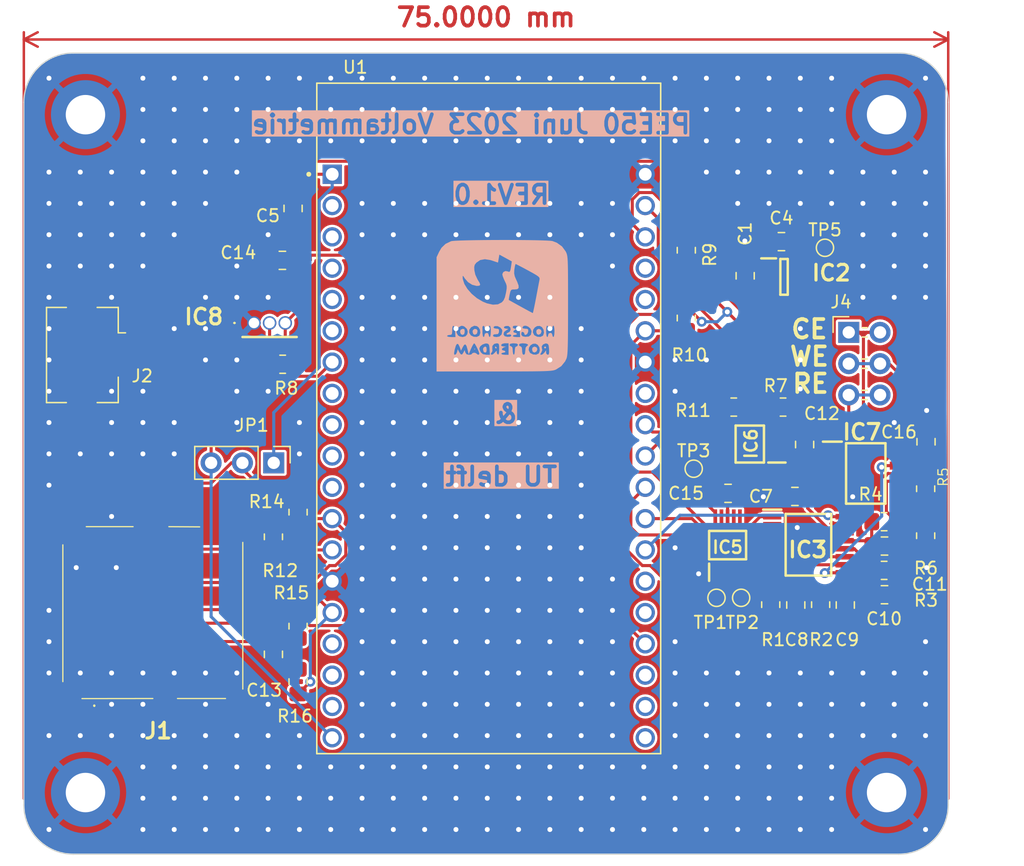
<source format=kicad_pcb>
(kicad_pcb (version 20221018) (generator pcbnew)
  (layers (0 "F.Cu" signal) (31 "B.Cu" signal) (34 "B.Paste" user) (35 "F.Paste" user) (36 "B.SilkS" user "B.Silkscreen") (37 "F.SilkS" user "F.Silkscreen") (38 "B.Mask" user) (39 "F.Mask" user) (44 "Edge.Cuts" user))
  (net 0 "")
  (net 1 "5V")
  (net 2 "GND")
  (net 3 "3.3V")
  (net 4 "4.5V")
  (net 5 "S4")
  (net 6 "We")
  (net 7 "S3")
  (net 8 "S2")
  (net 9 "S1")
  (net 11 "A0")
  (net 12 "ENABLE")
  (net 13 "multi_Vout")
  (net 14 "MVout")
  (net 15 "A1")
  (net 16 "temp")
  (net 17 "SCL1")
  (net 18 "CS1")
  (net 19 "MOSI1")
  (net 20 "SCK1")
  (net 21 "CS2")
  (net 22 "SDA1")
  (net 24 "MVref")
  (net 27 "VoutDAC")
  (net 29 "Net-(IC6-SPI2C)")
  (net 30 "MOSI2")
  (net 31 "SCK2")
  (net 32 "MISO2")
  (net 34 "Ce")
  (net 35 "Re")
  (net 41 "Net-(J1-VDD)")
  (footprint "DAC80501MDGSR:SOP50P490X110-10N" (layer "F.Cu") (at 193.9 98.725 180)
    (fp_text reference "IC6")
    (fp_text value "DAC80501MDGSR" hide)
  )
  (footprint "Capacitor_SMD:C_0805_2012Metric_Pad1.18x1.45mm_HandSolder" (layer "F.Cu") (at 197.5625 102.975 180)
    (fp_text reference "C7")
    (fp_text value "100n")
  )
  (footprint "TestPoint:TestPoint_Pad_D1.0mm" (layer "F.Cu") (at 200 82.8)
    (fp_text reference "TP5")
    (fp_text value "TestPoint")
  )
  (footprint "MountingHole:MountingHole_3.2mm_M3_DIN965_Pad" (layer "F.Cu") (at 140 72)
    (fp_text reference "H1" hide)
    (fp_text value "MountingHole_Pad")
  )
  (footprint "Resistor_SMD:R_0805_2012Metric_Pad1.20x1.40mm_HandSolder" (layer "F.Cu") (at 188.75 88.5 -90)
    (fp_text reference "R10")
    (fp_text value "4k7")
  )
  (footprint "Resistor_SMD:R_0805_2012Metric_Pad1.20x1.40mm_HandSolder" (layer "F.Cu") (at 155.25 106.25 90)
    (fp_text reference "R12")
    (fp_text value "10k")
  )
  (footprint "LMP7702MA_NOPB:SOIC127P600X175-8N" (layer "F.Cu") (at 203.311 101.11)
    (fp_text reference "IC7")
    (fp_text value "LMP7702MA_NOPB" hide)
  )
  (footprint "Connector_PinHeader_2.54mm:PinHeader_2x03_P2.54mm_Horizontal" (layer "F.Cu") (at 201.93 89.662)
    (fp_text reference "J4")
    (fp_text value "Conn_02x03_Odd_Even")
  )
  (footprint "Resistor_SMD:R_0805_2012Metric_Pad1.20x1.40mm_HandSolder" (layer "F.Cu") (at 157.25 104.25 90)
    (fp_text reference "R14")
    (fp_text value "10k")
  )
  (footprint "Capacitor_SMD:C_0805_2012Metric_Pad1.18x1.45mm_HandSolder" (layer "F.Cu") (at 197.632 111.784 -90)
    (fp_text reference "C8")
    (fp_text value "4u7")
  )
  (footprint "MountingHole:MountingHole_3.2mm_M3_DIN965_Pad" (layer "F.Cu") (at 205 127)
    (fp_text reference "H4" hide)
    (fp_text value "MountingHole_Pad")
  )
  (footprint "Resistor_SMD:R_0805_2012Metric_Pad1.20x1.40mm_HandSolder" (layer "F.Cu") (at 157.25 118 -90)
    (fp_text reference "R16")
    (fp_text value "10k")
  )
  (footprint "Resistor_SMD:R_0805_2012Metric_Pad1.20x1.40mm_HandSolder" (layer "F.Cu") (at 156 92.25)
    (fp_text reference "R8")
    (fp_text value "4.7k")
  )
  (footprint "Capacitor_SMD:C_0805_2012Metric_Pad1.18x1.45mm_HandSolder" (layer "F.Cu") (at 155.25 115.7875 -90)
    (fp_text reference "C13")
    (fp_text value "100n")
  )
  (footprint "ADS1113IDGSR:SOP50P490X110-10N" (layer "F.Cu") (at 192.1 106.925 90)
    (fp_text reference "IC5")
    (fp_text value "ADS1113IDGSR" hide)
  )
  (footprint "Capacitor_SMD:C_0805_2012Metric_Pad1.18x1.45mm_HandSolder" (layer "F.Cu") (at 192.1375 102.725)
    (fp_text reference "C15")
    (fp_text value "100n")
  )
  (footprint "TestPoint:TestPoint_Pad_D1.0mm" (layer "F.Cu") (at 189.35 100.725)
    (fp_text reference "TP3")
    (fp_text value "TestPoint")
  )
  (footprint "Resistor_SMD:R_0805_2012Metric_Pad1.20x1.40mm_HandSolder" (layer "F.Cu") (at 204.8 105.025)
    (fp_text reference "R4")
    (fp_text value "50M")
  )
  (footprint "Capacitor_SMD:C_0805_2012Metric_Pad1.18x1.45mm_HandSolder" (layer "F.Cu") (at 204.83 110.95)
    (fp_text reference "C10")
    (fp_text value "2n7")
  )
  (footprint "Resistor_SMD:R_0805_2012Metric_Pad1.20x1.40mm_HandSolder" (layer "F.Cu") (at 204.8 108.975)
    (fp_text reference "R3")
    (fp_text value "1M2")
  )
  (footprint "Capacitor_SMD:C_0805_2012Metric_Pad1.18x1.45mm_HandSolder" (layer "F.Cu") (at 196.4685 82.3 180)
    (fp_text reference "C4")
    (fp_text value "1u")
  )
  (footprint "Connector_PinHeader_2.54mm:PinHeader_1x03_P2.54mm_Vertical" (layer "F.Cu") (at 155.275 100.25 -90)
    (fp_text reference "JP1")
    (fp_text value "Jumper_3_Open")
  )
  (footprint "Resistor_SMD:R_0805_2012Metric_Pad1.20x1.40mm_HandSolder" (layer "F.Cu") (at 208.17 102.35 -90)
    (fp_text reference "R5")
    (fp_text value "36K")
  )
  (footprint "TestPoint:TestPoint_Pad_D1.0mm" (layer "F.Cu") (at 193.2 111.2)
    (fp_text reference "TP2")
    (fp_text value "TestPoint")
  )
  (footprint "LIB_2201778-1:22017781" (layer "F.Cu") (at 145.465 110.4855 -90)
    (fp_text reference "J1")
    (fp_text value "2201778-1" hide)
  )
  (footprint "ESP32-DEVKITC-32D:MODULE_ESP32-DEVKITC-32D" (layer "F.Cu") (at 172.72 96.595)
    (fp_text reference "U1")
    (fp_text value "ESP32-DEVKITC-32D")
  )
  (footprint "MountingHole:MountingHole_3.2mm_M3_DIN965_Pad" (layer "F.Cu") (at 140 127)
    (fp_text reference "H3" hide)
    (fp_text value "MountingHole_Pad")
  )
  (footprint "TestPoint:TestPoint_Pad_D1.0mm" (layer "F.Cu") (at 191.2 111.2)
    (fp_text reference "TP1")
    (fp_text value "TestPoint")
  )
  (footprint "Resistor_SMD:R_0805_2012Metric_Pad1.20x1.40mm_HandSolder" (layer "F.Cu") (at 208.17 106.16 -90)
    (fp_text reference "R6")
    (fp_text value "30K1")
  )
  (footprint "TMUX1109PWR:SOP65P640X120-16N" (layer "F.Cu") (at 198.66 106.894)
    (fp_text reference "IC3")
    (fp_text value "TMUX1109PWR" hide)
  )
  (footprint "Resistor_SMD:R_0805_2012Metric_Pad1.20x1.40mm_HandSolder" (layer "F.Cu") (at 192.6 95.725 180)
    (fp_text reference "R11")
    (fp_text value "4k7")
  )
  (footprint "Resistor_SMD:R_0805_2012Metric_Pad1.20x1.40mm_HandSolder" (layer "F.Cu") (at 195.6 111.754 -90)
    (fp_text reference "R1")
    (fp_text value "649")
  )
  (footprint "Resistor_SMD:R_0805_2012Metric_Pad1.20x1.40mm_HandSolder" (layer "F.Cu") (at 157.25 113.5 90)
    (fp_text reference "R15")
    (fp_text value "10k")
  )
  (footprint "TPS7A2045PDBVR:SOT95P280X145-5N" (layer "F.Cu") (at 196.681 85.16)
    (fp_text reference "IC2")
    (fp_text value "TPS7A2045PDBVR" hide)
  )
  (footprint "MountingHole:MountingHole_3.2mm_M3_DIN965_Pad" (layer "F.Cu") (at 205 72)
    (fp_text reference "H2" hide)
    (fp_text value "MountingHole_Pad")
  )
  (footprint "Resistor_SMD:R_0805_2012Metric_Pad1.20x1.40mm_HandSolder" (layer "F.Cu") (at 188.75 83 90)
    (fp_text reference "R9")
    (fp_text value "4k7")
  )
  (footprint "Resistor_SMD:R_0805_2012Metric_Pad1.20x1.40mm_HandSolder" (layer "F.Cu") (at 196.6 95.725)
    (fp_text reference "R7")
    (fp_text value "4k7")
  )
  (footprint "DS18B20+:DS18B20" (layer "F.Cu") (at 154.94 88.9)
    (fp_text reference "IC8")
    (fp_text value "DS18B20+" hide)
  )
  (footprint "Capacitor_SMD:C_0805_2012Metric_Pad1.18x1.45mm_HandSolder" (layer "F.Cu") (at 208.2 98.5375 90)
    (fp_text reference "C16")
    (fp_text value "100n")
  )
  (footprint "Capacitor_SMD:C_0805_2012Metric_Pad1.18x1.45mm_HandSolder" (layer "F.Cu") (at 156.845 79.6075 -90)
    (fp_text reference "C5")
    (fp_text value "100n")
  )
  (footprint "Capacitor_SMD:C_0805_2012Metric_Pad1.18x1.45mm_HandSolder" (layer "F.Cu") (at 198.35 98.7625 90)
    (fp_text reference "C12")
    (fp_text value "100n")
  )
  (footprint "Capacitor_SMD:C_0805_2012Metric_Pad1.18x1.45mm_HandSolder" (layer "F.Cu") (at 193.526 85.0725 90)
    (fp_text reference "C1")
    (fp_text value "1u")
  )
  (footprint "Capacitor_SMD:C_0805_2012Metric_Pad1.18x1.45mm_HandSolder" (layer "F.Cu") (at 204.83 107)
    (fp_text reference "C11")
    (fp_text value "62p")
  )
  (footprint "Connector_USB:USB_Micro-B_Amphenol_10104110_Horizontal" (layer "F.Cu") (at 141 91.5 -90)
    (fp_text reference "J2")
    (fp_text value "USB_B_Micro")
  )
  (footprint "Capacitor_SMD:C_0805_2012Metric_Pad1.18x1.45mm_HandSolder" (layer "F.Cu") (at 201.65 111.784 -90)
    (fp_text reference "C9")
    (fp_text value "120n")
  )
  (footprint "Resistor_SMD:R_0805_2012Metric_Pad1.20x1.40mm_HandSolder" (layer "F.Cu") (at 199.65 111.754 -90)
    (fp_text reference "R2")
    (fp_text value "27k6")
  )
  (footprint "Capacitor_SMD:C_0805_2012Metric_Pad1.18x1.45mm_HandSolder" (layer "F.Cu") (at 155.9775 83.82 180)
    (fp_text reference "C14")
    (fp_text value "100n")
  )
  (footprint "Graphics:hogeschool_rotterdam_logo" (layer "B.Cu") (at 173.99 86.995 180)
    (fp_text reference "G1" hide)
    (fp_text value "LOGO" hide)
  )
  (gr_arc (start 210 128) (mid 208.828427 130.828427) (end 206 132) (stroke (width 0.1)) (layer "Edge.Cuts"))
  (gr_arc (start 206 67) (mid 208.828427 68.171573) (end 210 71) (stroke (width 0.1)) (layer "Edge.Cuts"))
  (gr_arc (start 139 132) (mid 136.171573 130.828427) (end 135 128) (stroke (width 0.1)) (layer "Edge.Cuts"))
  (gr_line (start 210 71) (end 210 128) (stroke (width 0.1)) (layer "Edge.Cuts"))
  (gr_arc (start 135 71) (mid 136.171573 68.171573) (end 139 67) (stroke (width 0.1)) (layer "Edge.Cuts"))
  (gr_line (start 139 67) (end 206 67) (stroke (width 0.1)) (layer "Edge.Cuts"))
  (gr_line (start 206 132) (end 139 132) (stroke (width 0.1)) (layer "Edge.Cuts"))
  (gr_line (start 135 128) (end 135 71) (stroke (width 0.1)) (layer "Edge.Cuts"))
  (gr_text "&" (at 175.26 97.155) (layer "B.SilkS" knockout) (effects (font (size 1.5 1.5) (thickness 0.3) bold) (justify left bottom mirror)))
  (gr_text "PEE50 Juni 2023 Voltammetrie" (at 189.23 73.66) (layer "B.SilkS" knockout) (effects (font (size 1.5 1.5) (thickness 0.3) bold) (justify left bottom mirror)))
  (gr_text "TU delft" (at 178.435 102.235) (layer "B.SilkS" knockout) (effects (font (size 1.5 1.5) (thickness 0.3) bold) (justify left bottom mirror)))
  (gr_text "REV1.0" (at 177.8 79.375) (layer "B.SilkS" knockout) (effects (font (size 1.5 1.5) (thickness 0.3) bold) (justify left bottom mirror)))
  (gr_text "RE" (at 197.2 94.7) (layer "F.SilkS") (effects (font (size 1.5 1.5) (thickness 0.3) bold) (justify left bottom)))
  (gr_text "CE" (at 197.1 90.282) (layer "F.SilkS") (effects (font (size 1.5 1.5) (thickness 0.3) bold) (justify left bottom)))
  (gr_text "WE" (at 197 92.5) (layer "F.SilkS") (effects (font (size 1.5 1.5) (thickness 0.3) bold) (justify left bottom)))
  (dimension (type aligned) (layer "F.Cu") (pts (xy 135 128) (xy 210 128)) (height -62.1) (gr_text "75.0000 mm" (at 172.5 64.1) (layer "F.Cu") (effects (font (size 1.5 1.5) (thickness 0.3)))) (format (prefix "") (suffix "") (units 3) (units_format 1) (precision 4)) (style (thickness 0.2) (arrow_length 1.27) (text_position_mode 0) (extension_height 0.58642) (extension_offset 0.5) keep_text_aligned))
  (segment (start 194.8 86.11) (end 195.431 86.11) (width 0.25) (layer "F.Cu") (net 1))
  (segment (start 195.931 84.21) (end 195.431 84.21) (width 0.25) (layer "F.Cu") (net 1))
  (segment (start 192.25 84.834) (end 192.25 81.029) (width 0.25) (layer "F.Cu") (net 1))
  (segment (start 150.195 96.8696) (end 150.195 100.25) (width 0.25) (layer "F.Cu") (net 1))
  (segment (start 196.6 84.879) (end 195.931 84.21) (width 0.25) (layer "F.Cu") (net 1))
  (segment (start 142.55 90.2) (end 143.426 90.2) (width 0.25) (layer "F.Cu") (net 1))
  (segment (start 187.001 75.78) (end 157.6658 75.78) (width 0.25) (layer "F.Cu") (net 1))
  (segment (start 195.931 86.11) (end 196.6 85.441) (width 0.25) (layer "F.Cu") (net 1))
  (segment (start 143.426 90.2) (end 143.5254 90.2) (width 0.25) (layer "F.Cu") (net 1))
  (segment (start 157.6658 75.78) (end 143.2458 90.2) (width 0.25) (layer "F.Cu") (net 1))
  (segment (start 196.6 85.441) (end 196.6 84.879) (width 0.25) (layer "F.Cu") (net 1))
  (segment (start 192.25 81.029) (end 187.001 75.78) (width 0.25) (layer "F.Cu") (net 1))
  (segment (start 193.526 86.11) (end 192.25 84.834) (width 0.25) (layer "F.Cu") (net 1))
  (segment (start 143.5254 90.2) (end 150.195 96.8696) (width 0.25) (layer "F.Cu") (net 1))
  (segment (start 143.2458 90.2) (end 143.5254 90.2) (width 0.25) (layer "F.Cu") (net 1))
  (segment (start 195.431 86.11) (end 195.931 86.11) (width 0.25) (layer "F.Cu") (net 1))
  (segment (start 193.526 86.11) (end 194.8 86.11) (width 0.25) (layer "F.Cu") (net 1))
  (segment (start 150.195 112.73) (end 150.195 100.25) (width 0.25) (layer "B.Cu") (net 1))
  (segment (start 160.02 122.555) (end 150.195 112.73) (width 0.25) (layer "B.Cu") (net 1))
  (via (at 164.98 69.04) (size 0.8) (drill 0.4) (layers "F.Cu" "B.Cu") (net 2))
  (via (at 177.68 69.04) (size 0.8) (drill 0.4) (layers "F.Cu" "B.Cu") (net 2))
  (via (at 142.12 79.2) (size 0.8) (drill 0.4) (layers "F.Cu" "B.Cu") (net 2))
  (via (at 172.6 124.92) (size 0.8) (drill 0.4) (layers "F.Cu" "B.Cu") (net 2))
  (via (at 157.36 69.04) (size 0.8) (drill 0.4) (layers "F.Cu" "B.Cu") (net 2))
  (via (at 182.76 109.68) (size 0.8) (drill 0.4) (layers "F.Cu" "B.Cu") (net 2))
  (via (at 180.22 94.44) (size 0.8) (drill 0.4) (layers "F.Cu" "B.Cu") (net 2))
  (via (at 187.84 94.44) (size 0.8) (drill 0.4) (layers "F.Cu" "B.Cu") (net 2))
  (via (at 190.38 74.12) (size 0.8) (drill 0.4) (layers "F.Cu" "B.Cu") (net 2))
  (via (at 192.92 71.58) (size 0.8) (drill 0.4) (layers "F.Cu" "B.Cu") (net 2))
  (via (at 185.3 71.58) (size 0.8) (drill 0.4) (layers "F.Cu" "B.Cu") (net 2))
  (via (at 167.52 104.6) (size 0.8) (drill 0.4) (layers "F.Cu" "B.Cu") (net 2))
  (via (at 137.04 76.66) (size 0.8) (drill 0.4) (layers "F.Cu" "B.Cu") (net 2))
  (via (at 203.08 86.82) (size 0.8) (drill 0.4) (layers "F.Cu" "B.Cu") (net 2))
  (via (at 180.22 99.52) (size 0.8) (drill 0.4) (layers "F.Cu" "B.Cu") (net 2))
  (via (at 167.52 114.76) (size 0.8) (drill 0.4) (layers "F.Cu" "B.Cu") (net 2))
  (via (at 167.52 119.84) (size 0.8) (drill 0.4) (layers "F.Cu" "B.Cu") (net 2))
  (via (at 164.98 86.82) (size 0.8) (drill 0.4) (layers "F.Cu" "B.Cu") (net 2))
  (via (at 157.36 71.58) (size 0.8) (drill 0.4) (layers "F.Cu" "B.Cu") (net 2))
  (via (at 198 130) (size 0.8) (drill 0.4) (layers "F.Cu" "B.Cu") (net 2))
  (via (at 185.3 124.92) (size 0.8) (drill 0.4) (layers "F.Cu" "B.Cu") (net 2))
  (via (at 147.2 127.46) (size 0.8) (drill 0.4) (layers "F.Cu" "B.Cu") (net 2))
  (via (at 175.14 114.76) (size 0.8) (drill 0.4) (layers "F.Cu" "B.Cu") (net 2))
  (via (at 162.44 117.3) (size 0.8) (drill 0.4) (layers "F.Cu" "B.Cu") (net 2))
  (via (at 177.68 102.06) (size 0.8) (drill 0.4) (layers "F.Cu" "B.Cu") (net 2))
  (via (at 149.74 122.38) (size 0.8) (drill 0.4) (layers "F.Cu" "B.Cu") (net 2))
  (via (at 172.6 104.6) (size 0.8) (drill 0.4) (layers "F.Cu" "B.Cu") (net 2))
  (via (at 137.04 94.44) (size 0.8) (drill 0.4) (layers "F.Cu" "B.Cu") (net 2))
  (via (at 154.82 124.92) (size 0.8) (drill 0.4) (layers "F.Cu" "B.Cu") (net 2))
  (via (at 195.46 130) (size 0.8) (drill 0.4) (layers "F.Cu" "B.Cu") (net 2))
  (via (at 182.76 81.74) (size 0.8) (drill 0.4) (layers "F.Cu" "B.Cu") (net 2))
  (via (at 162.44 94.44) (size 0.8) (drill 0.4) (layers "F.Cu" "B.Cu") (net 2))
  (via (at 175.14 119.84) (size 0.8) (drill 0.4) (layers "F.Cu" "B.Cu") (net 2))
  (via (at 175.14 69.04) (size 0.8) (drill 0.4) (layers "F.Cu" "B.Cu") (net 2))
  (via (at 180.22 117.3) (size 0.8) (drill 0.4) (layers "F.Cu" "B.Cu") (net 2))
  (via (at 167.52 86.82) (size 0.8) (drill 0.4) (layers "F.Cu" "B.Cu") (net 2))
  (via (at 159.9 124.92) (size 0.8) (drill 0.4) (layers "F.Cu" "B.Cu") (net 2))
  (via (at 200.54 117.3) (size 0.8) (drill 0.4) (layers "F.Cu" "B.Cu") (net 2))
  (via (at 177.68 104.6) (size 0.8) (drill 0.4) (layers "F.Cu" "B.Cu") (net 2))
  (via (at 198 69.04) (size 0.8) (drill 0.4) (layers "F.Cu" "B.Cu") (net 2))
  (via (at 192.92 76.66) (size 0.8) (drill 0.4) (layers "F.Cu" "B.Cu") (net 2))
  (via (at 187.84 122.38) (size 0.8) (drill 0.4) (layers "F.Cu" "B.Cu") (net 2))
  (via (at 170.06 119.84) (size 0.8) (drill 0.4) (layers "F.Cu" "B.Cu") (net 2))
  (via (at 152.28 69.04) (size 0.8) (drill 0.4) (layers "F.Cu" "B.Cu") (net 2))
  (via (at 162.44 114.76) (size 0.8) (drill 0.4) (layers "F.Cu" "B.Cu") (net 2))
  (via (at 144.66 124.92) (size 0.8) (drill 0.4) (layers "F.Cu" "B.Cu") (net 2))
  (via (at 187.84 117.3) (size 0.8) (drill 0.4) (layers "F.Cu" "B.Cu") (net 2))
  (via (at 139.58 79.2) (size 0.8) (drill 0.4) (layers "F.Cu" "B.Cu") (net 2))
  (via (at 137.04 84.28) (size 0.8) (drill 0.4) (layers "F.Cu" "B.Cu") (net 2))
  (via (at 149.74 127.46) (size 0.8) (drill 0.4) (layers "F.Cu" "B.Cu") (net 2))
  (via (at 147.2 76.66) (size 0.8) (drill 0.4) (layers "F.Cu" "B.Cu") (net 2))
  (via (at 172.6 94.44) (size 0.8) (drill 0.4) (layers "F.Cu" "B.Cu") (net 2))
  (via (at 172.6 102.06) (size 0.8) (drill 0.4) (layers "F.Cu" "B.Cu") (net 2))
  (via (at 175.14 79.2) (size 0.8) (drill 0.4) (layers "F.Cu" "B.Cu") (net 2))
  (via (at 200.54 122.38) (size 0.8) (drill 0.4) (layers "F.Cu" "B.Cu") (net 2))
  (via (at 162.44 119.84) (size 0.8) (drill 0.4) (layers "F.Cu" "B.Cu") (net 2))
  (via (at 167.52 74.12) (size 0.8) (drill 0.4) (layers "F.Cu" "B.Cu") (net 2))
  (via (at 190.38 117.3) (size 0.8) (drill 0.4) (layers "F.Cu" "B.Cu") (net 2))
  (via (at 137.04 102.06) (size 0.8) (drill 0.4) (layers "F.Cu" "B.Cu") (net 2))
  (via (at 177.68 91.9) (size 0.8) (drill 0.4) (layers "F.Cu" "B.Cu") (net 2))
  (via (at 172.6 112.22) (size 0.8) (drill 0.4) (layers "F.Cu" "B.Cu") (net 2))
  (via (at 185.3 130) (size 0.8) (drill 0.4) (layers "F.Cu" "B.Cu") (net 2))
  (via (at 167.52 89.36) (size 0.8) (drill 0.4) (layers "F.Cu" "B.Cu") (net 2))
  (via (at 198 76.66) (size 0.8) (drill 0.4) (layers "F.Cu" "B.Cu") (net 2))
  (via (at 192.92 69.04) (size 0.8) (drill 0.4) (layers "F.Cu" "B.Cu") (net 2))
  (via (at 142.5 108.75) (size 0.8) (drill 0.4) (layers "F.Cu" "B.Cu") (net 2))
  (via (at 162.44 86.82) (size 0.8) (drill 0.4) (layers "F.Cu" "B.Cu") (net 2))
  (via (at 182.76 112.22) (size 0.8) (drill 0.4) (layers "F.Cu" "B.Cu") (net 2))
  (via (at 137.04 117.3) (size 0.8) (drill 0.4) (layers "F.Cu" "B.Cu") (net 2))
  (via (at 162.44 96.98) (size 0.8) (drill 0.4) (layers "F.Cu" "B.Cu") (net 2))
  (via (at 198 79.2) (size 0.8) (drill 0.4) (layers "F.Cu" "B.Cu") (net 2))
  (via (at 175.14 99.52) (size 0.8) (drill 0.4) (layers "F.Cu" "B.Cu") (net 2))
  (via (at 137.04 79.2) (size 0.8) (drill 0.4) (layers "F.Cu" "B.Cu") (net 2))
  (via (at 190.38 76.66) (size 0.8) (drill 0.4) (layers "F.Cu" "B.Cu") (net 2))
  (via (at 152.28 96.98) (size 0.8) (drill 0.4) (layers "F.Cu" "B.Cu") (net 2))
  (via (at 139.25 108.75) (size 0.8) (drill 0.4) (layers "F.Cu" "B.Cu") (net 2))
  (via (at 139.58 122.38) (size 0.8) (drill 0.4) (layers "F.Cu" "B.Cu") (net 2))
  (via (at 175.14 102.06) (size 0.8) (drill 0.4) (layers "F.Cu" "B.Cu") (net 2))
  (via (at 170.06 89.36) (size 0.8) (drill 0.4) (layers "F.Cu" "B.Cu") (net 2))
  (via (at 180.22 130) (size 0.8) (drill 0.4) (layers "F.Cu" "B.Cu") (net 2))
  (via (at 157.36 96.98) (size 0.8) (drill 0.4) (layers "F.Cu" "B.Cu") (net 2))
  (via (at 149.74 76.66) (size 0.8) (drill 0.4) (layers "F.Cu" "B.Cu") (net 2))
  (via (at 170.06 71.58) (size 0.8) (drill 0.4) (layers "F.Cu" "B.Cu") (net 2))
  (via (at 147.2 69.04) (size 0.8) (drill 0.4) (layers "F.Cu" "B.Cu") (net 2))
  (via (at 180.22 112.22) (size 0.8) (drill 0.4) (layers "F.Cu" "B.Cu") (net 2))
  (via (at 208.25 96) (size 0.8) (drill 0.4) (layers "F.Cu" "B.Cu") (net 2))
  (via (at 170.06 124.92) (size 0.8) (drill 0.4) (layers "F.Cu" "B.Cu") (net 2))
  (via (at 164.98 124.92) (size 0.8) (drill 0.4) (layers "F.Cu" "B.Cu") (net 2))
  (via (at 164.98 104.6) (size 0.8) (drill 0.4) (layers "F.Cu" "B.Cu") (net 2))
  (via (at 177.68 112.22) (size 0.8) (drill 0.4) (layers "F.Cu" "B.Cu") (net 2))
  (via (at 208.16 76.66) (size 0.8) (drill 0.4) (layers "F.Cu" "B.Cu") (net 2))
  (via (at 152.28 71.58) (size 0.8) (drill 0.4) (layers "F.Cu" "B.Cu") (net 2))
  (via (at 149.74 130) (size 0.8) (drill 0.4) (layers "F.Cu" "B.Cu") (net 2))
  (via (at 154.82 69.04) (size 0.8) (drill 0.4) (layers "F.Cu" "B.Cu") (net 2))
  (via (at 142.12 117.3) (size 0.8) (drill 0.4) (layers "F.Cu" "B.Cu") (net 2))
  (via (at 198 119.84) (size 0.8) (drill 0.4) (layers "F.Cu" "B.Cu") (net 2))
  (via (at 203.08 122.38) (size 0.8) (drill 0.4) (layers "F.Cu" "B.Cu") (net 2))
  (via (at 172.6 91.9) (size 0.8) (drill 0.4) (layers "F.Cu" "B.Cu") (net 2))
  (via (at 164.98 89.36) (size 0.8) (drill 0.4) (layers "F.Cu" "B.Cu") (net 2))
  (via (at 187.84 114.76) (size 0.8) (drill 0.4) (layers "F.Cu" "B.Cu") (net 2))
  (via (at 164.98 94.44) (size 0.8) (drill 0.4) (layers "F.Cu" "B.Cu") (net 2))
  (via (at 167.52 107.14) (size 0.8) (drill 0.4) (layers "F.Cu" "B.Cu") (net 2))
  (via (at 159.9 74.12) (size 0.8) (drill 0.4) (layers "F.Cu" "B.Cu") (net 2))
  (via (at 142.12 81.74) (size 0.8) (drill 0.4) (layers "F.Cu" "B.Cu") (net 2))
  (via (at 205.62 86.82) (size 0.8) (drill 0.4) (layers "F.Cu" "B.Cu") (net 2))
  (via (at 162.44 107.14) (size 0.8) (drill 0.4) (layers "F.Cu" "B.Cu") (net 2))
  (via (at 177.68 74.12) (size 0.8) (drill 0.4) (layers "F.Cu" "B.Cu") (net 2))
  (via (at 198 127.46) (size 0.8) (drill 0.4) (layers "F.Cu" "B.Cu") (net 2))
  (via (at 190.38 124.92) (size 0.8) (drill 0.4) (layers "F.Cu" "B.Cu") (net 2))
  (via (at 203.08 119.84) (size 0.8) (drill 0.4) (layers "F.Cu" "B.Cu") (net 2))
  (via (at 170.06 114.76) (size 0.8) (drill 0.4) (layers "F.Cu" "B.Cu") (net 2))
  (via (at 170.06 109.68) (size 0.8) (drill 0.4) (layers "F.Cu" "B.Cu") (net 2))
  (via (at 177.68 89.36) (size 0.8) (drill 0.4) (layers "F.Cu" "B.Cu") (net 2))
  (via (at 208.16 117.3) (size 0.8) (drill 0.4) (layers "F.Cu" "B.Cu") (net 2))
  (via (at 180.22 96.98) (size 0.8) (drill 0.4) (layers "F.Cu" "B.Cu") (net 2))
  (via (at 175.14 91.9) (size 0.8) (drill 0.4) (layers "F.Cu" "B.Cu") (net 2))
  (via (at 175.14 86.82) (size 0.8) (drill 0.4) (layers "F.Cu" "B.Cu") (net 2))
  (via (at 162.44 69.04) (size 0.8) (drill 0.4) (layers "F.Cu" "B.Cu") (net 2))
  (via (at 170.06 130) (size 0.8) (drill 0.4) (layers "F.Cu" "B.Cu") (net 2))
  (via (at 164.98 112.22) (size 0.8) (drill 0.4) (layers "F.Cu" "B.Cu") (net 2))
  (via (at 142.12 84.28) (size 0.8) (drill 0.4) (layers "F.Cu" "B.Cu") (net 2))
  (via (at 175.14 130) (size 0.8) (drill 0.4) (layers "F.Cu" "B.Cu") (net 2))
  (via (at 170.06 94.44) (size 0.8) (drill 0.4) (layers "F.Cu" "B.Cu") (net 2))
  (via (at 177.68 107.14) (size 0.8) (drill 0.4) (layers "F.Cu" "B.Cu") (net 2))
  (via (at 200.54 74.12) (size 0.8) (drill 0.4) (layers "F.Cu" "B.Cu") (net 2))
  (via (at 205.62 79.2) (size 0.8) (drill 0.4) (layers "F.Cu" "B.Cu") (net 2))
  (via (at 182.76 122.38) (size 0.8) (drill 0.4) (layers "F.Cu" "B.Cu") (net 2))
  (via (at 175.14 74.12) (size 0.8) (drill 0.4) (layers "F.Cu" "B.Cu") (net 2))
  (via (at 147.2 74.12) (size 0.8) (drill 0.4) (layers "F.Cu" "B.Cu") (net 2))
  (via (at 142.12 94.44) (size 0.8) (drill 0.4) (layers "F.Cu" "B.Cu") (net 2))
  (via (at 157.36 130) (size 0.8) (drill 0.4) (layers "F.Cu" "B.Cu") (net 2))
  (via (at 180.22 107.14) (size 0.8) (drill 0.4) (layers "F.Cu" "B.Cu") (net 2))
  (via (at 137.04 91.9) (size 0.8) (drill 0.4) (layers "F.Cu" "B.Cu") (net 2))
  (via (at 154.82 71.58) (size 0.8) (drill 0.4) (layers "F.Cu" "B.Cu") (net 2))
  (via (at 147.2 81.74) (size 0.8) (drill 0.4) (layers "F.Cu" "B.Cu") (net 2))
  (via (at 203.08 84.28) (size 0.8) (drill 0.4) (layers "F.Cu" "B.Cu") (net 2))
  (via (at 182.76 127.46) (size 0.8) (drill 0.4) (layers "F.Cu" "B.Cu") (net 2))
  (via (at 192.92 119.84) (size 0.8) (drill 0.4) (layers "F.Cu" "B.Cu") (net 2))
  (via (at 177.68 94.44) (size 0.8) (drill 0.4) (layers "F.Cu" "B.Cu") (net 2))
  (via (at 175.14 109.68) (size 0.8) (drill 0.4) (layers "F.Cu" "B.Cu") (net 2))
  (via (at 164.98 74.12) (size 0.8) (drill 0.4) (layers "F.Cu" "B.Cu") (net 2))
  (via (at 167.52 81.74) (size 0.8) (drill 0.4) (layers "F.Cu" "B.Cu") (net 2))
  (via (at 147.2 99.52) (size 0.8) (drill 0.4) (layers "F.Cu" "B.Cu") (net 2))
  (via (at 144.66 76.66) (size 0.8) (drill 0.4) (layers "F.Cu" "B.Cu") (net 2))
  (via (at 159.9 127.46) (size 0.8) (drill 0.4) (layers "F.Cu" "B.Cu") (net 2))
  (via (at 177.68 124.92) (size 0.8) (drill 0.4) (layers "F.Cu" "B.Cu") (net 2))
  (via (at 170.06 107.14) (size 0.8) (drill 0.4) (layers "F.Cu" "B.Cu") (net 2))
  (via (at 198 94.25) (size 0.8) (drill 0.4) (layers "F.Cu" "B.Cu") (net 2))
  (via (at 182.76 71.58) (size 0.8) (drill 0.4) (layers "F.Cu" "B.Cu") (net 2))
  (via (at 147.2 124.92) (size 0.8) (drill 0.4) (layers "F.Cu" "B.Cu") (net 2))
  (via (at 144.66 130) (size 0.8) (drill 0.4) (layers "F.Cu" "B.Cu") (net 2))
  (via (at 172.6 130) (size 0.8) (drill 0.4) (layers "F.Cu" "B.Cu") (net 2))
  (via (at 180.22 109.68) (size 0.8) (drill 0.4) (layers "F.Cu" "B.Cu") (net 2))
  (via (at 167.52 127.46) (size 0.8) (drill 0.4) (layers "F.Cu" "B.Cu") (net 2))
  (via (at 182.76 117.3) (size 0.8) (drill 0.4) (layers "F.Cu" "B.Cu") (net 2))
  (via (at 172.6 69.04) (size 0.8) (drill 0.4) (layers "F.Cu" "B.Cu") (net 2))
  (via (at 180.22 91.9) (size 0.8) (drill 0.4) (layers "F.Cu" "B.Cu") (net 2))
  (via (at 149.74 117.3) (size 0.8) (drill 0.4) (layers "F.Cu" "B.Cu") (net 2))
  (via (at 180.22 74.12) (size 0.8) (drill 0.4) (layers "F.Cu" "B.Cu") (net 2))
  (via (at 192.92 130) (size 0.8) (drill 0.4) (layers "F.Cu" "B.Cu") (net 2))
  (via (at 144.66 119.84) (size 0.8) (drill 0.4) (layers "F.Cu" "B.Cu") (net 2))
  (via (at 177.68 86.82) (size 0.8) (drill 0.4) (layers "F.Cu" "B.Cu") (net 2))
  (via (at 182.76 114.76) (size 0.8) (drill 0.4) (layers "F.Cu" "B.Cu") (net 2))
  (via (at 170.06 104.6) (size 0.8) (drill 0.4) (layers "F.Cu" "B.Cu") (net 2))
  (via (at 172.6 81.74) (size 0.8) (drill 0.4) (layers "F.Cu" "B.Cu") (net 2))
  (via (at 164.98 107.14) (size 0.8) (drill 0.4) (layers "F.Cu" "B.Cu") (net 2))
  (via (at 167.52 122.38) (size 0.8) (drill 0.4) (layers "F.Cu" "B.Cu") (net 2))
  (via (at 205.62 76.66) (size 0.8) (drill 0.4) (layers "F.Cu" "B.Cu") (net 2))
  (via (at 154.82 86.82) (size 0.8) (drill 0.4) (layers "F.Cu" "B.Cu") (net 2))
  (via (at 144.66 117.3) (size 0.8) (drill 0.4) (layers "F.Cu" "B.Cu") (net 2))
  (via (at 144.66 96.98) (size 0.8) (drill 0.4) (layers "F.Cu" "B.Cu") (net 2))
  (via (at 198 117.3) (size 0.8) (drill 0.4) (layers "F.Cu" "B.Cu") (net 2))
  (via (at 175.14 124.92) (size 0.8) (drill 0.4) (layers "F.Cu" "B.Cu") (net 2))
  (via (at 154.82 122.38) (size 0.8) (drill 0.4) (layers "F.Cu" "B.Cu") (net 2))
  (via (at 203.08 81.74) (size 0.8) (drill 0.4) (layers "F.Cu" "B.Cu") (net 2))
  (via (at 172.6 96.98) (size 0.8) (drill 0.4) (layers "F.Cu" "B.Cu") (net 2))
  (via (at 142.12 99.52) (size 0.8) (drill 0.4) (layers "F.Cu" "B.Cu") (net 2))
  (via (at 198 124.92) (size 0.8) (drill 0.4) (layers "F.Cu" "B.Cu") (net 2))
  (via (at 180.22 71.58) (size 0.8) (drill 0.4) (layers "F.Cu" "B.Cu") (net 2))
  (via (at 142.12 122.38) (size 0.8) (drill 0.4) (layers "F.Cu" "B.Cu") (net 2))
  (via (at 208.16 84.28) (size 0.8) (drill 0.4) (layers "F.Cu" "B.Cu") (net 2))
  (via (at 139.58 76.66) (size 0.8) (drill 0.4) (layers "F.Cu" "B.Cu") (net 2))
  (via (at 203.08 117.3) (size 0.8) (drill 0.4) (layers "F.Cu" "B.Cu") (net 2))
  (via (at 159.9 71.58) (size 0.8) (drill 0.4) (layers "F.Cu" "B.Cu") (net 2))
  (via (at 137.04 69.04) (size 0.8) (drill 0.4) (layers "F.Cu" "B.Cu") (net 2))
  (via (at 187.84 130) (size 0.8) (drill 0.4) (layers "F.Cu" "B.Cu") (net 2))
  (via (at 142.12 86.82) (size 0.8) (drill 0.4) (layers "F.Cu" "B.Cu") (net 2))
  (via (at 154.82 74.12) (size 0.8) (drill 0.4) (layers "F.Cu" "B.Cu") (net 2))
  (via (at 177.68 99.52) (size 0.8) (drill 0.4) (layers "F.Cu" "B.Cu") (net 2))
  (via (at 149.74 119.84) (size 0.8) (drill 0.4) (layers "F.Cu" "B.Cu") (net 2))
  (via (at 170.06 74.12) (size 0.8) (drill 0.4) (layers "F.Cu" "B.Cu") (net 2))
  (via (at 185.3 74.12) (size 0.8) (drill 0.4) (layers "F.Cu" "B.Cu") (net 2))
  (via (at 195.46 76.66) (size 0.8) (drill 0.4) (layers "F.Cu" "B.Cu") (net 2))
  (via (at 200.54 79.2) (size 0.8) (drill 0.4) (layers "F.Cu" "B.Cu") (net 2))
  (via (at 180.22 124.92) (size 0.8) (drill 0.4) (layers "F.Cu" "B.Cu") (net 2))
  (via (at 177.68 109.68) (size 0.8) (drill 0.4) (layers "F.Cu" "B.Cu") (net 2))
  (via (at 157.36 127.46) (size 0.8) (drill 0.4) (layers "F.Cu" "B.Cu") (net 2))
  (via (at 172.6 107.14) (size 0.8) (drill 0.4) (layers "F.Cu" "B.Cu") (net 2))
  (via (at 167.52 130) (size 0.8) (drill 0.4) (layers "F.Cu" "B.Cu") (net 2))
  (via (at 175.14 94.44) (size 0.8) (drill 0.4) (layers "F.Cu" "B.Cu") (net 2))
  (via (at 187.84 119.84) (size 0.8) (drill 0.4) (layers "F.Cu" "B.Cu") (net 2))
  (via (at 149.74 79.2) (size 0.8) (drill 0.4) (layers "F.Cu" "B.Cu") (net 2))
  (via (at 200.54 71.58) (size 0.8) (drill 0.4) (layers "F.Cu" "B.Cu") (net 2))
  (via (at 180.22 69.04) (size 0.8) (drill 0.4) (layers "F.Cu" "B.Cu") (net 2))
  (via (at 180.22 122.38) (size 0.8) (drill 0.4) (layers "F.Cu" "B.Cu") (net 2))
  (via (at 180.22 102.06) (size 0.8) (drill 0.4) (layers "F.Cu" "B.Cu") (net 2))
  (via (at 192.92 117.3) (size 0.8) (drill 0.4) (layers "F.Cu" "B.Cu") (net 2))
  (via (at 162.44 104.6) (size 0.8) (drill 0.4) (layers "F.Cu" "B.Cu") (net 2))
  (via (at 177.68 71.58) (size 0.8) (drill 0.4) (layers "F.Cu" "B.Cu") (net 2))
  (via (at 170.06 81.74) (size 0.8) (drill 0.4) (layers "F.Cu" "B.Cu") (net 2))
  (via (at 202.25 103) (size 0.8) (drill 0.4) (layers "F.Cu" "B.Cu") (net 2))
  (via (at 137.04 130) (size 0.8) (drill 0.4) (layers "F.Cu" "B.Cu") (net 2))
  (via (at 200.54 124.92) (size 0.8) (drill 0.4) (layers "F.Cu" "B.Cu") (net 2))
  (via (at 170.06 127.46) (size 0.8) (drill 0.4) (layers "F.Cu" "B.Cu") (net 2))
  (via (at 172.6 99.52) (size 0.8) (drill 0.4) (layers "F.Cu" "B.Cu") (net 2))
  (via (at 167.52 94.44) (size 0.8) (drill 0.4) (layers "F.Cu" "B.Cu") (net 2))
  (via (at 152.28 122.38) (size 0.8) (drill 0.4) (layers "F.Cu" "B.Cu") (net 2))
  (via (at 197.75 105.5) (size 0.8) (drill 0.4) (layers "F.Cu" "B.Cu") (net 2))
  (via (at 208.16 81.74) (size 0.8) (drill 0.4) (layers "F.Cu" "B.Cu") (net 2))
  (via (at 164.98 79.2) (size 0.8) (drill 0.4) (layers "F.Cu" "B.Cu") (net 2))
  (via (at 139.58 99.52) (size 0.8) (drill 0.4) (layers "F.Cu" "B.Cu") (net 2))
  (via (at 177.68 122.38) (size 0.8) (drill 0.4) (layers "F.Cu" "B.Cu") (net 2))
  (via (at 195.46 69.04) (size 0.8) (drill 0.4) (layers "F.Cu" "B.Cu") (net 2))
  (via (at 205.62 84.28) (size 0.8) (drill 0.4) (layers "F.Cu" "B.Cu") (net 2))
  (via (at 164.98 109.68) (size 0.8) (drill 0.4) (layers "F.Cu" "B.Cu") (net 2))
  (via (at 172.6 89.36) (size 0.8) (drill 0.4) (layers "F.Cu" "B.Cu") (net 2))
  (via (at 172.6 71.58) (size 0.8) (drill 0.4) (layers "F.Cu" "B.Cu") (net 2))
  (via (at 180.22 127.46) (size 0.8) (drill 0.4) (layers "F.Cu" "B.Cu") (net 2))
  (via (at 208.16 130) (size 0.8) (drill 0.4) (layers "F.Cu" "B.Cu") (net 2))
  (via (at 152.28 76.66) (size 0.8) (drill 0.4) (layers "F.Cu" "B.Cu") (net 2))
  (via (at 195.46 74.12) (size 0.8) (drill 0.4) (layers "F.Cu" "B.Cu") (net 2))
  (via (at 177.68 119.84) (size 0.8) (drill 0.4) (layers "F.Cu" "B.Cu") (net 2))
  (via (at 208.25 108.75) (size 0.8) (drill 0.4) (layers "F.Cu" "B.Cu") (net 2))
  (via (at 164.98 71.58) (size 0.8) (drill 0.4) (layers "F.Cu" "B.Cu") (net 2))
  (via (at 182.76 84.28) (size 0.8) (drill 0.4) (layers "F.Cu" "B.Cu") (net 2))
  (via (at 185.3 69.04) (size 0.8) (drill 0.4) (layers "F.Cu" "B.Cu") (net 2))
  (via (at 142.12 104.6) (size 0.8) (drill 0.4) (layers "F.Cu" "B.Cu") (net 2))
  (via (at 162.44 127.46) (size 0.8) (drill 0.4) (layers "F.Cu" "B.Cu") (net 2))
  (via (at 190.38 130) (size 0.8) (drill 0.4) (layers "F.Cu" "B.Cu") (net 2))
  (via (at 172.6 122.38) (size 0.8) (drill 0.4) (layers "F.Cu" "B.Cu") (net 2))
  (via (at 167.52 79.2) (size 0.8) (drill 0.4) (layers "F.Cu" "B.Cu") (net 2))
  (via (at 164.98 122.38) (size 0.8) (drill 0.4) (layers "F.Cu" "B.Cu") (net 2))
  (via (at 190.38 127.46) (size 0.8) (drill 0.4) (layers "F.Cu" "B.Cu") (net 2))
  (via (at 175.14 96.98) (size 0.8) (drill 0.4) (layers "F.Cu" "B.Cu") (net 2))
  (via (at 195.46 117.3) (size 0.8) (drill 0.4) (layers "F.Cu" "B.Cu") (net 2))
  (via (at 180.22 81.74) (size 0.8) (drill 0.4) (layers "F.Cu" "B.Cu") (net 2))
  (via (at 144.66 99.52) (size 0.8) (drill 0.4) (layers "F.Cu" "B.Cu") (net 2))
  (via (at 175.14 71.58) (size 0.8) (drill 0.4) (layers "F.Cu" "B.Cu") (net 2))
  (via (at 172.6 79.2) (size 0.8) (drill 0.4) (layers "F.Cu" "B.Cu") (net 2))
  (via (at 200.54 76.66) (size 0.8) (drill 0.4) (layers "F.Cu" "B.Cu") (net 2))
  (via (at 162.44 130) (size 0.8) (drill 0.4) (layers "F.Cu" "B.Cu") (net 2))
  (via (at 170.06 96.98) (size 0.8) (drill 0.4) (layers "F.Cu" "B.Cu") (net 2))
  (via (at 162.44 124.92) (size 0.8) (drill 0.4) (layers "F.Cu" "B.Cu") (net 2))
  (via (at 162.44 102.06) (size 0.8) (drill 0.4) (layers "F.Cu" "B.Cu") (net 2))
  (via (at 172.6 109.68) (size 0.8) (drill 0.4) (layers "F.Cu" "B.Cu") (net 2))
  (via (at 147.2 79.2) (size 0.8) (drill 0.4) (layers "F.Cu" "B.Cu") (net 2))
  (via (at 170.06 117.3) (size 0.8) (drill 0.4) (layers "F.Cu" "B.Cu") (net 2))
  (via (at 189.75 109.25) (size 0.8) (drill 0.4) (layers "F.Cu" "B.Cu") (net 2))
  (via (at 208.16 79.2) (size 0.8) (drill 0.4) (layers "F.Cu" "B.Cu") (net 2))
  (via (at 170.06 112.22) (size 0.8) (drill 0.4) (layers "F.Cu" "B.Cu") (net 2))
  (via (at 154.82 127.46) (size 0.8) (drill 0.4) (layers "F.Cu" "B.Cu") (net 2))
  (via (at 142.12 96.98) (size 0.8) (drill 0.4) (layers "F.Cu" "B.Cu") (net 2))
  (via (at 149.74 91.9) (size 0.8) (drill 0.4) (layers "F.Cu" "B.Cu") (net 2))
  (via (at 164.98 130) (size 0.8) (drill 0.4) (layers "F.Cu" "B.Cu") (net 2))
  (via (at 205.62 117.3) (size 0.8) (drill 0.4) (layers "F.Cu" "B.Cu") (net 2))
  (via (at 170.06 69.04) (size 0.8) (drill 0.4) (layers "F.Cu" "B.Cu") (net 2))
  (via (at 208.16 86.82) (size 0.8) (drill 0.4) (layers "F.Cu" "B.Cu") (net 2))
  (via (at 164.98 81.74) (size 0.8) (drill 0.4) (layers "F.Cu" "B.Cu") (net 2))
  (via (at 200.54 127.46) (size 0.8) (drill 0.4) (layers "F.Cu" "B.Cu") (net 2))
  (via (at 190.38 122.38) (size 0.8) (drill 0.4) (layers "F.Cu" "B.Cu") (net 2))
  (via (at 157.36 124.92) (size 0.8) (drill 0.4) (layers "F.Cu" "B.Cu") (net 2))
  (via (at 154.82 119.84) (size 0.8) (drill 0.4) (layers "F.Cu" "B.Cu") (net 2))
  (via (at 164.98 91.9) (size 0.8) (drill 0.4) (layers "F.Cu" "B.Cu") (net 2))
  (via (at 203.08 79.2) (size 0.8) (drill 0.4) (layers "F.Cu" "B.Cu") (net 2))
  (via (at 164.98 96.98) (size 0.8) (drill 0.4) (layers "F.Cu" "B.Cu") (net 2))
  (via (at 137.04 112.22) (size 0.8) (drill 0.4) (layers "F.Cu" "B.Cu") (net 2))
  (via (at 182.76 124.92) (size 0.8) (drill 0.4) (layers "F.Cu" "B.Cu") (net 2))
  (via (at 180.22 104.6) (size 0.8) (drill 0.4) (layers "F.Cu" "B.Cu") (net 2))
  (via (at 170.06 86.82) (size 0.8) (drill 0.4) (layers "F.Cu" "B.Cu") (net 2))
  (via (at 175.14 127.46) (size 0.8) (drill 0.4) (layers "F.Cu" "B.Cu") (net 2))
  (via (at 195 103) (size 0.8) (drill 0.4) (layers "F.Cu" "B.Cu") (net 2))
  (via (at 205.62 119.84) (size 0.8) (drill 0.4) (layers "F.Cu" "B.Cu") (net 2))
  (via (at 187.84 107.14) (size 0.8) (drill 0.4) (layers "F.Cu" "B.Cu") (net 2))
  (via (at 180.22 79.2) (size 0.8) (drill 0.4) (layers "F.Cu" "B.Cu") (net 2))
  (via (at 187.84 69.04) (size 0.8) (drill 0.4) (layers "F.Cu" "B.Cu") (net 2))
  (via (at 149.74 124.92) (size 0.8) (drill 0.4) (layers "F.Cu" "B.Cu") (net 2))
  (via (at 170.06 122.38) (size 0.8) (drill 0.4) (layers "F.Cu" "B.Cu") (net 2))
  (via (at 149.74 86.82) (size 0.8) (drill 0.4) (layers "F.Cu" "B.Cu") (net 2))
  (via (at 144.66 69.04) (size 0.8) (drill 0.4) (layers "F.Cu" "B.Cu") (net 2))
  (via (at 147.2 89.36) (size 0.8) (drill 0.4) (layers "F.Cu" "B.Cu") (net 2))
  (via (at 164.98 117.3) (size 0.8) (drill 0.4) (layers "F.Cu" "B.Cu") (net 2))
  (via (at 175.14 89.36) (size 0.8) (drill 0.4) (layers "F.Cu" "B.Cu") (net 2))
  (via (at 175.14 81.74) (size 0.8) (drill 0.4) (layers "F.Cu" "B.Cu") (net 2))
  (via (at 180.22 114.76) (size 0.8) (drill 0.4) (layers "F.Cu" "B.Cu") (net 2))
  (via (at 208.16 114.76) (size 0.8) (drill 0.4) (layers "F.Cu" "B.Cu") (net 2))
  (via (at 172.6 86.82) (size 0.8) (drill 0.4) (layers "F.Cu" "B.Cu") (net 2))
  (via (at 164.98 127.46) (size 0.8) (drill 0.4) (layers "F.Cu" "B.Cu") (net 2))
  (via (at 182.76 69.04) (size 0.8) (drill 0.4) (layers "F.Cu" "B.Cu") (net 2))
  (via (at 198 74.12) (size 0.8) (drill 0.4) (layers "F.Cu" "B.Cu") (net 2))
  (via (at 152.28 94.44) (size 0.8) (drill 0.4) (layers "F.Cu" "B.Cu") (net 2))
  (via (at 144.66 84.28) (size 0.8) (drill 0.4) (layers "F.Cu" "B.Cu") (net 2))
  (via (at 144.66 94.44) (size 0.8) (drill 0.4) (layers "F.Cu" "B.Cu") (net 2))
  (via (at 180.22 119.84) (size 0.8) (drill 0.4) (layers "F.Cu" "B.Cu") (net 2))
  (via (at 152.28 130) (size 0.8) (drill 0.4) (layers "F.Cu" "B.Cu") (net 2))
  (via (at 144.66 79.2) (size 0.8) (drill 0.4) (layers "F.Cu" "B.Cu") (net 2))
  (via (at 195.46 119.84) (size 0.8) (drill 0.4) (layers "F.Cu" "B.Cu") (net 2))
  (via (at 208.16 69.04) (size 0.8) (drill 0.4) (layers "F.Cu" "B.Cu") (net 2))
  (via (at 162.44 74.12) (size 0.8) (drill 0.4) (layers "F.Cu" "B.Cu") (net 2))
  (via (at 144.66 81.74) (size 0.8) (drill 0.4) (layers "F.Cu" "B.Cu") (net 2))
  (via (at 198 122.38) (size 0.8) (drill 0.4) (layers "F.Cu" "B.Cu") (net 2))
  (via (at 175.14 104.6) (size 0.8) (drill 0.4) (layers "F.Cu" "B.Cu") (net 2))
  (via (at 208.16 119.84) (size 0.8) (drill 0.4) (layers "F.Cu" "B.Cu") (net 2))
  (via (at 147.2 130) (size 0.8) (drill 0.4) (layers "F.Cu" "B.Cu") (net 2))
  (via (at 195.46 71.58) (size 0.8) (drill 0.4) (layers "F.Cu" "B.Cu") (net 2))
  (via (at 177.68 114.76) (size 0.8) (drill 0.4) (layers "F.Cu" "B.Cu") (net 2))
  (via (at 149.74 89.36) (size 0.8) (drill 0.4) (layers "F.Cu" "B.Cu") (net 2))
  (via (at 195.46 79.2) (size 0.8) (drill 0.4) (layers "F.Cu" "B.Cu") (net 2))
  (via (at 167.52 99.52) (size 0.8) (drill 0.4) (layers "F.Cu" "B.Cu") (net 2))
  (via (at 187.84 127.46) (size 0.8) (drill 0.4) (layers "F.Cu" "B.Cu") (net 2))
  (via (at 162.44 71.58) (size 0.8) (drill 0.4) (layers "F.Cu" "B.Cu") (net 2))
  (via (at 195.46 124.92) (size 0.8) (drill 0.4) (layers "F.Cu" "B.Cu") (net 2))
  (via (at 182.76 79.2) (size 0.8) (drill 0.4) (layers "F.Cu" "B.Cu") (net 2))
  (via (at 190.38 91.9) (size 0.8) (drill 0.4) (layers "F.Cu" "B.Cu") (net 2))
  (via (at 157.36 122.38) (size 0.8) (drill 0.4) (layers "F.Cu" "B.Cu") (net 2))
  (via (at 167.52 112.22) (size 0.8) (drill 0.4) (layers "F.Cu" "B.Cu") (net 2))
  (via (at 142.12 119.84) (size 0.8) (drill 0.4) (layers "F.Cu" "B.Cu") (net 2))
  (via (at 195.46 127.46) (size 0.8) (drill 0.4) (layers "F.Cu" "B.Cu") (net 2))
  (via (at 137.04 96.98) (size 0.8) (drill 0.4) (layers "F.Cu" "B.Cu") (net 2))
  (via (at 164.98 119.84) (size 0.8) (drill 0.4) (layers "F.Cu" "B.Cu") (net 2))
  (via (at 152.28 91.9) (size 0.8) (drill 0.4) (layers "F.Cu" "B.Cu") (net 2))
  (via (at 177.68 127.46) (size 0.8) (drill 0.4) (layers "F.Cu" "B.Cu") (net 2))
  (via (at 164.98 102.06) (size 0.8) (drill 0.4) (layers "F.Cu" "B.Cu") (net 2))
  (via (at 149.74 71.58) (size 0.8) (drill 0.4) (layers "F.Cu" "B.Cu") (net 2))
  (via (at 177.68 130) (size 0.8) (drill 0.4) (layers "F.Cu" "B.Cu") (net 2))
  (via (at 167.52 124.92) (size 0.8) (drill 0.4) (layers "F.Cu" "B.Cu") (net 2))
  (via (at 190.38 119.84) (size 0.8) (drill 0.4) (layers "F.Cu" "B.Cu") (net 2))
  (via (at 144.66 71.58) (size 0.8) (drill 0.4) (layers "F.Cu" "B.Cu") (net 2))
  (via (at 187.84 91.9) (size 0.8) (drill 0.4) (layers "F.Cu" "B.Cu") (net 2))
  (via (at 142.12 76.66) (size 0.8) (drill 0.4) (layers "F.Cu" "B.Cu") (net 2))
  (via (at 167.52 96.98) (size 0.8) (drill 0.4) (layers "F.Cu" "B.Cu") (net 2))
  (via (at 192.92 74.12) (size 0.8) (drill 0.4) (layers "F.Cu" "B.Cu") (net 2))
  (via (at 167.52 117.3) (size 0.8) (drill 0.4) (layers "F.Cu" "B.Cu") (net 2))
  (via (at 200.54 130) (size 0.8) (drill 0.4) (layers "F.Cu" "B.Cu") (net 2))
  (via (at 139.58 84.28) (size 0.8) (drill 0.4) (layers "F.Cu" "B.Cu") (net 2))
  (via (at 200.54 119.84) (size 0.8) (drill 0.4) (layers "F.Cu" "B.Cu") (net 2))
  (via (at 147.2 122.38) (size 0.8) (drill 0.4) (layers "F.Cu" "B.Cu") (net 2))
  (via (at 157.36 74.12) (size 0.8) (drill 0.4) (layers "F.Cu" "B.Cu") (net 2))
  (via (at 137.04 99.52) (size 0.8) (drill 0.4) (layers "F.Cu" "B.Cu") (net 2))
  (via (at 187.84 124.92) (size 0.8) (drill 0.4) (layers "F.Cu" "B.Cu") (net 2))
  (via (at 187.84 74.12) (size 0.8) (drill 0.4) (layers "F.Cu" "B.Cu") (net 2))
  (via (at 137.04 114.76) (size 0.8) (drill 0.4) (layers "F.Cu" "B.Cu") (net 2))
  (via (at 149.74 74.12) (size 0.8) (drill 0.4) (layers "F.Cu" "B.Cu") (net 2))
  (via (at 147.2 96.98) (size 0.8) (drill 0.4) (layers "F.Cu" "B.Cu") (net 2))
  (via (at 175.14 122.38) (size 0.8) (drill 0.4) (layers "F.Cu" "B.Cu") (net 2))
  (via (at 192.92 124.92) (size 0.8) (drill 0.4) (layers "F.Cu" "B.Cu") (net 2))
  (via (at 159.9 69.04) (size 0.8) (drill 0.4) (layers "F.Cu" "B.Cu") (net 2))
  (via (at 159.9 130) (size 0.8) (drill 0.4) (layers "F.Cu" "B.Cu") (net 2))
  (via (at 167.52 102.06) (size 0.8) (drill 0.4) (layers "F.Cu" "B.Cu") (net 2))
  (via (at 162.44 122.38) (size 0.8) (drill 0.4) (layers "F.Cu" "B.Cu") (net 2))
  (via (at 170.06 79.2) (size 0.8) (drill 0.4) (layers "F.Cu" "B.Cu") (net 2))
  (via (at 177.68 79.2) (size 0.8) (drill 0.4) (layers "F.Cu" "B.Cu") (net 2))
  (via (at 190.38 69.04) (size 0.8) (drill 0.4) (layers "F.Cu" "B.Cu") (net 2))
  (via (at 162.44 112.22) (size 0.8) (drill 0.4) (layers "F.Cu" "B.Cu") (net 2))
  (via (at 192.92 122.38) (size 0.8) (drill 0.4) (layers "F.Cu" "B.Cu") (net 2))
  (via (at 200.54 69.04) (size 0.8) (drill 0.4) (layers "F.Cu" "B.Cu") (net 2))
  (via (at 172.6 74.12) (size 0.8) (drill 0.4) (layers "F.Cu" "B.Cu") (net 2))
  (via (at 164.98 99.52) (size 0.8) (drill 0.4) (layers "F.Cu" "B.Cu") (net 2))
  (via (at 205.62 81.74) (size 0.8) (drill 0.4) (layers "F.Cu" "B.Cu") (net 2))
  (via (at 157.36 99.52) (size 0.8) (drill 0.4) (layers "F.Cu" "B.Cu") (net 2))
  (via (at 198 91.9) (size 0.8) (drill 0.4) (layers "F.Cu" "B.Cu") (net 2))
  (via (at 149.74 69.04) (size 0.8) (drill 0.4) (layers "F.Cu" "B.Cu") (net 2))
  (via (at 198 89.36) (size 0.8) (drill 0.4) (layers "F.Cu" "B.Cu") (net 2))
  (via (at 195.46 122.38) (size 0.8) (drill 0.4) (layers "F.Cu" "B.Cu") (net 2))
  (via (at 208.16 122.38) (size 0.8) (drill 0.4) (layers "F.Cu" "B.Cu") (net 2))
  (via (at 182.76 130) (size 0.8) (drill 0.4) (layers "F.Cu" "B.Cu") (net 2))
  (via (at 152.28 124.92) (size 0.8) (drill 0.4) (layers "F.Cu" "B.Cu") (net 2))
  (via (at 154.82 130) (size 0.8) (drill 0.4) (layers "F.Cu" "B.Cu") (net 2))
  (via (at 144.66 122.38) (size 0.8) (drill 0.4) (layers "F.Cu" "B.Cu") (net 2))
  (via (at 137.04 81.74) (size 0.8) (drill 0.4) (layers "F.Cu" "B.Cu") (net 2))
  (via (at 137.04 122.38) (size 0.8) (drill 0.4) (layers "F.Cu" "B.Cu") (net 2))
  (via (at 167.52 109.68) (size 0.8) (drill 0.4) (layers "F.Cu" "B.Cu") (net 2))
  (via (at 175.14 112.22) (size 0.8) (drill 0.4) (layers "F.Cu" "B.Cu") (net 2))
  (via (at 190.38 71.58) (size 0.8) (drill 0.4) (layers "F.Cu" "B.Cu") (net 2))
  (via (at 205.62 122.38) (size 0.8) (drill 0.4) (layers "F.Cu" "B.Cu") (net 2))
  (via (at 192.92 79.2) (size 0.8) (drill 0.4) (layers "F.Cu" "B.Cu") (net 2))
  (via (at 172.6 127.46) (size 0.8) (drill 0.4) (layers "F.Cu" "B.Cu") (net 2))
  (via (at 154.82 81.74) (size 0.8) (drill 0.4) (layers "F.Cu" "B.Cu") (net 2))
  (via (at 139.58 117.3) (size 0.8) (drill 0.4) (layers "F.Cu" "B.Cu") (net 2))
  (via (at 162.44 79.2) (size 0.8) (drill 0.4) (layers "F.Cu" "B.Cu") (net 2))
  (via (at 198 71.58) (size 0.8) (drill 0.4) (layers "F.Cu" "B.Cu") (net 2))
  (via (at 152.28 86.82) (size 0.8) (drill 0.4) (layers "F.Cu" "B.Cu") (net 2))
  (via (at 147.2 71.58) (size 0.8) (drill 0.4) (layers "F.Cu" "B.Cu") (net 2))
  (via (at 175.14 107.14) (size 0.8) (drill 0.4) (layers "F.Cu" "B.Cu") (net 2))
  (via (at 205.62 96.98) (size 0.8) (drill 0.4) (layers "F.Cu" "B.Cu") (net 2))
  (via (at 175.14 117.3) (size 0.8) (drill 0.4) (layers "F.Cu" "B.Cu") (net 2))
  (via (at 192.92 127.46) (size 0.8) (drill 0.4) (layers "F.Cu" "B.Cu") (net 2))
  (via (at 182.76 74.12) (size 0.8) (drill 0.4) (layers "F.Cu" "B.Cu") (net 2))
  (via (at 177.68 96.98) (size 0.8) (drill 0.4) (layers "F.Cu" "B.Cu") (net 2))
  (via (at 172.6 119.84) (size 0.8) (drill 0.4) (layers "F.Cu" "B.Cu") (net 2))
  (via (at 164.98 114.76) (size 0.8) (drill 0.4) (layers "F.Cu" "B.Cu") (net 2))
  (via (at 152.28 117.3) (size 0.8) (drill 0.4) (layers "F.Cu" "B.Cu") (net 2))
  (via (at 170.06 91.9) (size 0.8) (drill 0.4) (layers "F.Cu" "B.Cu") (net 2))
  (via (at 177.68 81.74) (size 0.8) (drill 0.4) (layers "F.Cu" "B.Cu") (net 2))
  (via (at 137.04 89.36) (size 0.8) (drill 0.4) (layers "F.Cu" "B.Cu") (net 2))
  (via (at 187.84 71.58) (size 0.8) (drill 0.4) (layers "F.Cu" "B.Cu") (net 2))
  (via (at 172.6 117.3) (size 0.8) (drill 0.4) (layers "F.Cu" "B.Cu") (net 2))
  (via (at 177.68 117.3) (size 0.8) (drill 0.4) (layers "F.Cu" "B.Cu") (net 2))
  (via (at 185.3 127.46) (size 0.8) (drill 0.4) (layers "F.Cu" "B.Cu") (net 2))
  (via (at 152.28 74.12) (size 0.8) (drill 0.4) (layers "F.Cu" "B.Cu") (net 2))
  (via (at 152.28 84.28) (size 0.8) (drill 0.4) (layers "F.Cu" "B.Cu") (net 2))
  (via (at 144.66 127.46) (size 0.8) (drill 0.4) (layers "F.Cu" "B.Cu") (net 2))
  (via (at 154.82 94.44) (size 0.8) (drill 0.4) (layers "F.Cu" "B.Cu") (net 2))
  (via (at 182.76 119.84) (size 0.8) (drill 0.4) (layers "F.Cu" "B.Cu") (net 2))
  (via (at 162.44 91.9) (size 0.8) (drill 0.4) (layers "F.Cu" "B.Cu") (net 2))
  (via (at 152.28 127.46) (size 0.8) (drill 0.4) (layers "F.Cu" "B.Cu") (net 2))
  (via (at 162.44 89.36) (size 0.8) (drill 0.4) (layers "F.Cu" "B.Cu") (net 2))
  (via (at 170.06 102.06) (size 0.8) (drill 0.4) (layers "F.Cu" "B.Cu") (net 2))
  (via (at 180.22 89.36) (size 0.8) (drill 0.4) (layers "F.Cu" "B.Cu") (net 2))
  (via (at 162.44 99.52) (size 0.8) (drill 0.4) (layers "F.Cu" "B.Cu") (net 2))
  (via (at 170.06 99.52) (size 0.8) (drill 0.4) (layers "F.Cu" "B.Cu") (net 2))
  (via (at 137.04 86.82) (size 0.8) (drill 0.4) (layers "F.Cu" "B.Cu") (net 2))
  (via (at 162.44 81.74) (size 0.8) (drill 0.4) (layers "F.Cu" "B.Cu") (net 2))
  (via (at 144.66 74.12) (size 0.8) (drill 0.4) (layers "F.Cu" "B.Cu") (net 2))
  (via (at 147.2 117.3) (size 0.8) (drill 0.4) (layers "F.Cu" "B.Cu") (net 2))
  (via (at 162.44 109.68) (size 0.8) (drill 0.4) (layers "F.Cu" "B.Cu") (net 2))
  (via (at 167.52 71.58) (size 0.8) (drill 0.4) (layers "F.Cu" "B.Cu") (net 2))
  (via (at 203.08 76.66) (size 0.8) (drill 0.4) (layers "F.Cu" "B.Cu") (net 2))
  (via (at 139.58 81.74) (size 0.8) (drill 0.4) (layers "F.Cu" "B.Cu") (net 2))
  (via (at 167.52 91.9) (size 0.8) (drill 0.4) (layers "F.Cu" "B.Cu") (net 2))
  (via (at 167.52 69.04) (size 0.8) (drill 0.4) (layers "F.Cu" "B.Cu") (net 2))
  (via (at 172.6 114.76) (size 0.8) (drill 0.4) (layers "F.Cu" "B.Cu") (net 2))
  (via (at 193.5 82.25) (size 0.8) (drill 0.4) (layers "F.Cu" "B.Cu") (net 2))
  (segment (start 158.58 76.835) (end 156.845 78.57) (width 0.25) (layer "F.Cu") (net 3))
  (segment (start 160.02 76.835) (end 158.58 76.835) (width 0.25) (layer "F.Cu") (net 3))
  (segment (start 158.963 78.940004) (end 158.963 92.48) (width 0.25) (layer "B.Cu") (net 3))
  (segment (start 159.5919 78.32) (end 159.583004 78.32) (width 0.25) (layer "B.Cu") (net 3))
  (segment (start 160.02 76.835) (end 160.02 77.8919) (width 0.25) (layer "B.Cu") (net 3))
  (segment (start 160.02 77.8919) (end 159.5919 78.32) (width 0.25) (layer "B.Cu") (net 3))
  (segment (start 158.963 92.48) (end 155.275 96.168) (width 0.25) (layer "B.Cu") (net 3))
  (segment (start 155.275 96.168) (end 155.275 100.25) (width 0.25) (layer "B.Cu") (net 3))
  (segment (start 159.583004 78.32) (end 158.963 78.940004) (width 0.25) (layer "B.Cu") (net 3))
  (segment (start 192.77 115.527) (end 185.828 108.585) (width 0.25) (layer "F.Cu") (net 4))
  (segment (start 199 82.8984) (end 199.902 82.8984) (width 0.25) (layer "F.Cu") (net 4))
  (segment (start 200.585 105.919) (end 198.6 103.934) (width 0.25) (layer "F.Cu") (net 4))
  (segment (start 201.639 102.212) (end 201.506 102.345) (width 0.25) (layer "F.Cu") (net 4))
  (segment (start 158.245 83.8054) (end 158.245 83.4) (width 0.25) (layer "F.Cu") (net 4))
  (segment (start 197.931 84.21) (end 198.806 84.21) (width 0.25) (layer "F.Cu") (net 4))
  (segment (start 200.326 87.8736) (end 199.35 88.8496) (width 0.25) (layer "F.Cu") (net 4))
  (segment (start 188.75 84.6769) (end 192.075 88.0017) (width 0.25) (layer "F.Cu") (net 4))
  (segment (start 201.595 86.9985) (end 198.806 84.21) (width 0.25) (layer "F.Cu") (net 4))
  (segment (start 198.6 82.8984) (end 198.104 82.8984) (width 0.25) (layer "F.Cu") (net 4))
  (segment (start 193.6 89.5269) (end 193.6 95.725) (width 0.25) (layer "F.Cu") (net 4))
  (segment (start 192.1 103.725) (end 192.1 104.725) (width 0.25) (layer "F.Cu") (net 4))
  (segment (start 201.639 101.053) (end 201.639 101.075) (width 0.25) (layer "F.Cu") (net 4))
  (segment (start 185.828 108.585) (end 185.185 108.585) (width 0.25) (layer "F.Cu") (net 4))
  (segment (start 201.4 87.8736) (end 201.4 87.7946) (width 0.25) (layer "F.Cu") (net 4))
  (segment (start 199.100499 98.529421) (end 199.100499 98.529501) (width 0.25) (layer "F.Cu") (net 4))
  (segment (start 209.159 102.339) (end 209.159 110.841) (width 0.25) (layer "F.Cu") (net 4))
  (segment (start 185.185 108.585) (end 183.511 106.911) (width 0.25) (layer "F.Cu") (net 4))
  (segment (start 184.869 88.205) (end 188.045 88.205) (width 0.25) (layer "F.Cu") (net 4))
  (segment (start 198.612 82.8984) (end 198.6 82.8984) (width 0.25) (layer "F.Cu") (net 4))
  (segment (start 201.595 87.8736) (end 201.595 87.6) (width 0.25) (layer "F.Cu") (net 4))
  (segment (start 188.75 84) (end 188.75 84.6769) (width 0.25) (layer "F.Cu") (net 4))
  (segment (start 199.23 102.345) (end 198.6 102.975) (width 0.25) (layer "F.Cu") (net 4))
  (segment (start 209.159 110.841) (end 204.473 115.527) (width 0.25) (layer "F.Cu") (net 4))
  (segment (start 199 82.8984) (end 198.806 82.8984) (width 0.25) (layer "F.Cu") (net 4))
  (segment (start 201.639 101.075) (end 201.639 102.212) (width 0.25) (layer "F.Cu") (net 4))
  (segment (start 208.2 100.448) (end 208.17 100.478) (width 0.25) (layer "F.Cu") (net 4))
  (segment (start 156.21 88.9) (end 156.21 91.46) (width 0.25) (layer "F.Cu") (net 4))
  (segment (start 156.21 88.9) (end 157.015 88.095) (width 0.25) (layer "F.Cu") (net 4))
  (segment (start 208.17 101.35) (end 209.159 102.339) (width 0.25) (layer "F.Cu") (net 4))
  (segment (start 199.35 98.27992) (end 199.100499 98.529421) (width 0.25) (layer "F.Cu") (net 4))
  (segment (start 183.511 106.911) (end 183.511 89.5628) (width 0.25) (layer "F.Cu") (net 4))
  (segment (start 208.17 100.478) (end 208.17 101.35) (width 0.25) (layer "F.Cu") (net 4))
  (segment (start 157.015 85.0354) (end 157.015 83.82) (width 0.25) (layer "F.Cu") (net 4))
  (segment (start 201.4 87.8736) (end 200.326 87.8736) (width 0.25) (layer "F.Cu") (net 4))
  (segment (start 198.6 102.975) (end 197.322 101.697) (width 0.25) (layer "F.Cu") (net 4))
  (segment (start 198.806 82.8984) (end 198.612 82.8984) (width 0.25) (layer "F.Cu") (net 4))
  (segment (start 156.21 91.46) (end 157 92.25) (width 0.25) (layer "F.Cu") (net 4))
  (segment (start 205.274 87.8736) (end 201.595 87.8736) (width 0.25) (layer "F.Cu") (net 4))
  (segment (start 209.201 91.8012) (end 205.274 87.8736) (width 0.25) (layer "F.Cu") (net 4))
  (segment (start 183.511 89.5628) (end 184.869 88.205) (width 0.25) (layer "F.Cu") (net 4))
  (segment (start 198.6 103.934) (end 198.6 102.975) (width 0.25) (layer "F.Cu") (net 4))
  (segment (start 206.022 99.205) (end 203.487 99.205) (width 0.25) (layer "F.Cu") (net 4))
  (segment (start 198.104 82.8984) (end 197.506 82.3) (width 0.25) (layer "F.Cu") (net 4))
  (segment (start 158.245 83.4) (end 177.349 83.4) (width 0.25) (layer "F.Cu") (net 4))
  (segment (start 192.629 101.697) (end 191.35 102.975) (width 0.25) (layer "F.Cu") (net 4))
  (segment (start 198.35 99.28) (end 198.35 99.8) (width 0.25) (layer "F.Cu") (net 4))
  (segment (start 157.435 83.4) (end 158.245 83.4) (width 0.25) (layer "F.Cu") (net 4))
  (segment (start 198.806 84.21) (end 198.806 83.2) (width 0.25) (layer "F.Cu") (net 4))
  (segment (start 198.806 83.2) (end 198.806 83.0923) (width 0.25) (layer "F.Cu") (net 4))
  (segment (start 157.015 85.0354) (end 158.245 83.8054) (width 0.25) (layer "F.Cu") (net 4))
  (segment (start 201.598 105.919) (end 200.585 105.919) (width 0.25) (layer "F.Cu") (net 4))
  (segment (start 199.35 88.8496) (end 199.35 98.27992) (width 0.25) (layer "F.Cu") (net 4))
  (segment (start 192.075 88.0017) (end 193.6 89.5269) (width 0.25) (layer "F.Cu") (net 4))
  (segment (start 201.6 87.6) (end 201.8 87.8) (width 0.25) (layer "F.Cu") (net 4))
  (segment (start 208.2 99.575) (end 209.201 98.5738) (width 0.25) (layer "F.Cu") (net 4))
  (segment (start 209.201 98.5738) (end 209.201 91.8012) (width 0.25) (layer "F.Cu") (net 4))
  (segment (start 199.100499 98.529501) (end 198.35 99.28) (width 0.25) (layer "F.Cu") (net 4))
  (segment (start 198.806 83.0923) (end 198.806 82.8984) (width 0.25) (layer "F.Cu") (net 4))
  (segment (start 199.55 101.075) (end 201.639 101.075) (width 0.25) (layer "F.Cu") (net 4))
  (segment (start 208.2 100.448) (end 208.2 99.575) (width 0.25) (layer "F.Cu") (net 4))
  (segment (start 157.015 88.095) (end 157.015 85.0354) (width 0.25) (layer "F.Cu") (net 4))
  (segment (start 201.506 102.345) (end 199.23 102.345) (width 0.25) (layer "F.Cu") (net 4))
  (segment (start 204.473 115.527) (end 192.77 115.527) (width 0.25) (layer "F.Cu") (net 4))
  (segment (start 177.349 83.4) (end 183.511 89.5628) (width 0.25) (layer "F.Cu") (net 4))
  (segment (start 196.1 101.697) (end 196.1 99.725) (width 0.25) (layer "F.Cu") (net 4))
  (segment (start 198.612 82.8984) (end 198.806 83.0923) (width 0.25) (layer "F.Cu") (net 4))
  (segment (start 188.75 87.55) (end 190 88.8) (width 0.25) (layer "F.Cu") (net 4))
  (segment (start 198.35 99.8747) (end 199.55 101.075) (width 0.25) (layer "F.Cu") (net 4))
  (segment (start 203.487 99.205) (end 201.639 101.053) (width 0.25) (layer "F.Cu") (net 4))
  (segment (start 201.4 87.7946) (end 201.595 87.6) (width 0.25) (layer "F.Cu") (net 4))
  (segment (start 196.1 101.697) (end 192.629 101.697) (width 0.25) (layer "F.Cu") (net 4))
  (segment (start 191.35 102.975) (end 192.1 103.725) (width 0.25) (layer "F.Cu") (net 4))
  (segment (start 201.595 87.8736) (end 201.4 87.8736) (width 0.25) (layer "F.Cu") (net 4))
  (segment (start 197.322 101.697) (end 196.1 101.697) (width 0.25) (layer "F.Cu") (net 4))
  (segment (start 201.595 87.6) (end 201.595 86.9985) (width 0.25) (layer "F.Cu") (net 4))
  (segment (start 208.2 101.32) (end 208.2 100.448) (width 0.25) (layer "F.Cu") (net 4))
  (segment (start 188.045 88.205) (end 188.565 87.6847) (width 0.25) (layer "F.Cu") (net 4))
  (segment (start 198.806 83.0923) (end 199 82.8984) (width 0.25) (layer "F.Cu") (net 4))
  (segment (start 201.595 87.6) (end 201.6 87.6) (width 0.25) (layer "F.Cu") (net 4))
  (via (at 192.075 88.0017) (size 0.8) (drill 0.4) (layers "F.Cu" "B.Cu") (net 4))
  (via (at 190 88.8) (size 0.8) (drill 0.4) (layers "F.Cu" "B.Cu") (net 4))
  (segment (start 191.276 88.8) (end 190 88.8) (width 0.25) (layer "B.Cu") (net 4))
  (segment (start 192.075 88.0017) (end 191.276 88.8) (width 0.25) (layer "B.Cu") (net 4))
  (segment (start 197.65 108.519) (end 197.632 108.537) (width 0.25) (layer "F.Cu") (net 5))
  (segment (start 197.632 108.801) (end 197.632 108.777) (width 0.25) (layer "F.Cu") (net 5))
  (segment (start 197.632 110.746) (end 197.632 108.801) (width 0.25) (layer "F.Cu") (net 5))
  (segment (start 195.608 110.746) (end 197.6315 110.746) (width 0.25) (layer "F.Cu") (net 5))
  (segment (start 197.632 108.537) (end 197.632 108.777) (width 0.25) (layer "F.Cu") (net 5))
  (segment (start 195.722 108.519) (end 197.35 108.519) (width 0.25) (layer "F.Cu") (net 5))
  (segment (start 201.598 108.519) (end 197.89 108.519) (width 0.25) (layer "F.Cu") (net 5))
  (segment (start 197.35 108.519) (end 197.65 108.519) (width 0.25) (layer "F.Cu") (net 5))
  (segment (start 197.632 108.777) (end 197.89 108.519) (width 0.25) (layer "F.Cu") (net 5))
  (segment (start 197.89 108.519) (end 197.65 108.519) (width 0.25) (layer "F.Cu") (net 5))
  (segment (start 197.632 108.801) (end 197.35 108.519) (width 0.25) (layer "F.Cu") (net 5))
  (segment (start 207.061 94.061) (end 205.202 92.202) (width 0.25) (layer "F.Cu") (net 6))
  (segment (start 201.65 112.822) (end 199.718 112.822) (width 0.25) (layer "F.Cu") (net 6))
  (segment (start 205.868 107) (end 205.868 105.092) (width 0.25) (layer "F.Cu") (net 6))
  (segment (start 206.022 101.745) (end 207.061 101.745) (width 0.25) (layer "F.Cu") (net 6))
  (segment (start 205.202 92.202) (end 204.47 92.202) (width 0.25) (layer "F.Cu") (net 6))
  (segment (start 206.022 101.745) (end 204.983 101.745) (width 0.25) (layer "F.Cu") (net 6))
  (segment (start 205.868 108.538) (end 205.868 107.769) (width 0.25) (layer "F.Cu") (net 6))
  (segment (start 204.983 104.208) (end 205.8 105.025) (width 0.25) (layer "F.Cu") (net 6))
  (segment (start 203.996 112.822) (end 201.65 112.822) (width 0.25) (layer "F.Cu") (net 6))
  (segment (start 205.8675 107.7685) (end 205.8675 107) (width 0.25) (layer "F.Cu") (net 6))
  (segment (start 199.65 112.754) (end 197.7 112.754) (width 0.25) (layer "F.Cu") (net 6))
  (segment (start 204.983 101.745) (end 204.983 104.208) (width 0.25) (layer "F.Cu") (net 6))
  (segment (start 205.868 107.769) (end 205.8675 107.7685) (width 0.25) (layer "F.Cu") (net 6))
  (segment (start 205.868 107.769) (end 205.868 107) (width 0.25) (layer "F.Cu") (net 6))
  (segment (start 205.868 109.042) (end 205.868 110.473) (width 0.25) (layer "F.Cu") (net 6))
  (segment (start 205.8675 110.9505) (end 203.996 112.822) (width 0.25) (layer "F.Cu") (net 6))
  (segment (start 207.061 101.745) (end 207.061 94.061) (width 0.25) (layer "F.Cu") (net 6))
  (segment (start 197.564 112.754) (end 195.6 112.754) (width 0.25) (layer "F.Cu") (net 6))
  (segment (start 201.93 92.202) (end 204.47 92.202) (width 0.25) (layer "B.Cu") (net 6))
  (segment (start 202.61 108.019) (end 202.46 107.869) (width 0.25) (layer "F.Cu") (net 7))
  (segment (start 202.61 109.786) (end 202.61 108.019) (width 0.25) (layer "F.Cu") (net 7))
  (segment (start 201.65 110.746) (end 202.61 109.786) (width 0.25) (layer "F.Cu") (net 7))
  (segment (start 199.65 110.754) (end 201.642 110.754) (width 0.25) (layer "F.Cu") (net 7))
  (segment (start 195.722 107.869) (end 201.598 107.869) (width 0.25) (layer "F.Cu") (net 7))
  (segment (start 202.46 107.869) (end 201.598 107.869) (width 0.25) (layer "F.Cu") (net 7))
  (segment (start 203.8 108.644) (end 202.375 107.219) (width 0.25) (layer "F.Cu") (net 8))
  (segment (start 203.8 109.958) (end 203.792 109.966) (width 0.25) (layer "F.Cu") (net 8))
  (segment (start 203.8 108.975) (end 203.8 109.958) (width 0.25) (layer "F.Cu") (net 8))
  (segment (start 195.722 107.219) (end 201.598 107.219) (width 0.25) (layer "F.Cu") (net 8))
  (segment (start 202.375 107.219) (end 201.598 107.219) (width 0.25) (layer "F.Cu") (net 8))
  (segment (start 203.8 109.958) (end 203.8 110.942) (width 0.25) (layer "F.Cu") (net 8))
  (segment (start 203.792 109.966) (end 203.792 110.458) (width 0.25) (layer "F.Cu") (net 8))
  (segment (start 201.598 106.569) (end 203.362 106.569) (width 0.25) (layer "F.Cu") (net 9))
  (segment (start 203.792 105.032) (end 203.792 106.508) (width 0.25) (layer "F.Cu") (net 9))
  (segment (start 201.598 106.569) (end 195.722 106.569) (width 0.25) (layer "F.Cu") (net 9))
  (segment (start 194.734 104.619) (end 195.722 104.619) (width 0.25) (layer "F.Cu") (net 11))
  (segment (start 193.203499 106.149501) (end 194.734 104.619) (width 0.25) (layer "F.Cu") (net 11))
  (segment (start 185.42 104.775) (end 189.21002 104.775) (width 0.25) (layer "F.Cu") (net 11))
  (segment (start 190.584521 106.149501) (end 193.203499 106.149501) (width 0.25) (layer "F.Cu") (net 11))
  (segment (start 189.21002 104.775) (end 190.584521 106.149501) (width 0.25) (layer "F.Cu") (net 11))
  (segment (start 184.85 106.1) (end 189.97004 106.1) (width 0.25) (layer "F.Cu") (net 12))
  (segment (start 190.419042 106.549002) (end 193.453998 106.549002) (width 0.25) (layer "F.Cu") (net 12))
  (segment (start 189.97004 106.1) (end 190.419042 106.549002) (width 0.25) (layer "F.Cu") (net 12))
  (segment (start 193.453998 106.549002) (end 194.734 105.269) (width 0.25) (layer "F.Cu") (net 12))
  (segment (start 184.25 103.405) (end 184.25 105.5) (width 0.25) (layer "F.Cu") (net 12))
  (segment (start 185.42 102.235) (end 184.25 103.405) (width 0.25) (layer "F.Cu") (net 12))
  (segment (start 184.25 105.5) (end 184.85 106.1) (width 0.25) (layer "F.Cu") (net 12))
  (segment (start 194.734 105.269) (end 195.722 105.269) (width 0.25) (layer "F.Cu") (net 12))
  (segment (start 192.038 110.638) (end 191.475 111.2) (width 0.25) (layer "F.Cu") (net 13))
  (segment (start 193.54 108) (end 194.709 109.169) (width 0.25) (layer "F.Cu") (net 13))
  (segment (start 194.709 109.169) (end 195.722 109.169) (width 0.25) (layer "F.Cu") (net 13))
  (segment (start 192.6 110.075) (end 192.038 110.638) (width 0.25) (layer "F.Cu") (net 13))
  (segment (start 192.825 108) (end 193.54 108) (width 0.25) (layer "F.Cu") (net 13))
  (segment (start 192.6 108.225) (end 192.825 108) (width 0.25) (layer "F.Cu") (net 13))
  (segment (start 192.6 109.125) (end 192.6 110.075) (width 0.25) (layer "F.Cu") (net 13))
  (segment (start 192.6 109.125) (end 192.6 108.225) (width 0.25) (layer "F.Cu") (net 13))
  (segment (start 200.008 109.169) (end 199.983 109.194) (width 0.25) (layer "F.Cu") (net 14))
  (segment (start 206.022 100.475) (end 204.725 100.475) (width 0.25) (layer "F.Cu") (net 14))
  (segment (start 204.725 100.475) (end 204.6 100.6) (width 0.25) (layer "F.Cu") (net 14))
  (segment (start 201.598 109.169) (end 200.008 109.169) (width 0.25) (layer "F.Cu") (net 14))
  (via (at 204.6 100.6) (size 0.8) (drill 0.4) (layers "F.Cu" "B.Cu") (net 14))
  (via (at 199.983 109.194) (size 0.8) (drill 0.4) (layers "F.Cu" "B.Cu") (net 14))
  (segment (start 204.6 104.577) (end 199.983 109.194) (width 0.25) (layer "B.Cu") (net 14))
  (segment (start 204.6 100.6) (end 204.6 104.577) (width 0.25) (layer "B.Cu") (net 14))
  (segment (start 201.598 104.619) (end 200.369 104.619) (width 0.25) (layer "F.Cu") (net 15))
  (segment (start 200.369 104.619) (end 200.25 104.5) (width 0.25) (layer "F.Cu") (net 15))
  (via (at 200.25 104.5) (size 0.8) (drill 0.4) (layers "F.Cu" "B.Cu") (net 15))
  (segment (start 200.25 104.5) (end 188.235 104.5) (width 0.25) (layer "B.Cu") (net 15))
  (segment (start 188.235 104.5) (end 185.42 107.315) (width 0.25) (layer "B.Cu") (net 15))
  (segment (start 155 92.25) (end 155.975 93.225) (width 0.25) (layer "F.Cu") (net 16))
  (segment (start 155.975 93.225) (end 158.87 93.225) (width 0.25) (layer "F.Cu") (net 16))
  (segment (start 158.87 93.225) (end 160.02 92.075) (width 0.25) (layer "F.Cu") (net 16))
  (segment (start 154.94 92.19) (end 154.94 88.9) (width 0.25) (layer "F.Cu") (net 16))
  (segment (start 191.1 104.283) (end 188.2 101.383) (width 0.25) (layer "F.Cu") (net 17))
  (segment (start 184.93 78.32) (end 186.07 78.32) (width 0.25) (layer "F.Cu") (net 17))
  (segment (start 192.584 100.15) (end 194.508 98.2253) (width 0.25) (layer "F.Cu") (net 17))
  (segment (start 188.2 101.383) (end 188.2 100.2) (width 0.25) (layer "F.Cu") (net 17))
  (segment (start 189.995 83.2446) (end 188.75 82) (width 0.25) (layer "F.Cu") (net 17))
  (segment (start 190 99.6) (end 190.55 100.15) (width 0.25) (layer "F.Cu") (net 17))
  (segment (start 184.365 78.885) (end 184.93 78.32) (width 0.25) (layer "F.Cu") (net 17))
  (segment (start 186.07 78.32) (end 188.75 81) (width 0.25) (layer "F.Cu") (net 17))
  (segment (start 190.55 100.15) (end 192.584 100.15) (width 0.25) (layer "F.Cu") (net 17))
  (segment (start 188.2 100.2) (end 188.8 99.6) (width 0.25) (layer "F.Cu") (net 17))
  (segment (start 184.365 80.86) (end 184.365 78.885) (width 0.25) (layer "F.Cu") (net 17))
  (segment (start 185.42 81.915) (end 184.365 80.86) (width 0.25) (layer "F.Cu") (net 17))
  (segment (start 189.995 84.7061) (end 189.995 83.2446) (width 0.25) (layer "F.Cu") (net 17))
  (segment (start 194.508 98.2253) (end 194.508 89.2199) (width 0.25) (layer "F.Cu") (net 17))
  (segment (start 188.8 99.6) (end 190 99.6) (width 0.25) (layer "F.Cu") (net 17))
  (segment (start 188.75 81) (end 188.75 82) (width 0.25) (layer "F.Cu") (net 17))
  (segment (start 194.508 89.2199) (end 189.995 84.7061) (width 0.25) (layer "F.Cu") (net 17))
  (segment (start 192.65 98.225) (end 191.7 98.225) (width 0.25) (layer "F.Cu") (net 18))
  (segment (start 185.42 99.695) (end 186.89 98.225) (width 0.25) (layer "F.Cu") (net 18))
  (segment (start 191.6 95.94) (end 192.675 97.015) (width 0.25) (layer "F.Cu") (net 18))
  (segment (start 186.89 98.225) (end 191.7 98.225) (width 0.25) (layer "F.Cu") (net 18))
  (segment (start 192.675 97.015) (end 192.675 98.2) (width 0.25) (layer "F.Cu") (net 18))
  (segment (start 192.675 98.2) (end 192.65 98.225) (width 0.25) (layer "F.Cu") (net 18))
  (segment (start 185.42 79.375) (end 186.475 80.43) (width 0.25) (layer "F.Cu") (net 19))
  (segment (start 189.75 87.5954) (end 192.475 90.3204) (width 0.25) (layer "F.Cu") (net 19))
  (segment (start 186.475 83.2675) (end 189.75 86.5425) (width 0.25) (layer "F.Cu") (net 19))
  (segment (start 192.475 96.25) (end 193.075 96.85) (width 0.25) (layer "F.Cu") (net 19))
  (segment (start 193.075 98.3657) (end 192.716 98.725) (width 0.25) (layer "F.Cu") (net 19))
  (segment (start 192.475 90.3204) (end 192.475 96.25) (width 0.25) (layer "F.Cu") (net 19))
  (segment (start 189.75 86.5425) (end 189.75 87.5954) (width 0.25) (layer "F.Cu") (net 19))
  (segment (start 193.075 96.85) (end 193.075 98.3657) (width 0.25) (layer "F.Cu") (net 19))
  (segment (start 186.475 80.43) (end 186.475 83.2675) (width 0.25) (layer "F.Cu") (net 19))
  (segment (start 192.716 98.725) (end 191.7 98.725) (width 0.25) (layer "F.Cu") (net 19))
  (segment (start 186.015 97.75) (end 191.675 97.75) (width 0.25) (layer "F.Cu") (net 20))
  (segment (start 185.42 97.155) (end 186.015 97.75) (width 0.25) (layer "F.Cu") (net 20))
  (segment (start 158.2019 113.4519) (end 157.25 112.5) (width 0.25) (layer "F.Cu") (net 21))
  (segment (start 156.4905 113.2595) (end 157.25 112.5) (width 0.25) (layer "F.Cu") (net 21))
  (segment (start 185.42 114.935) (end 183.9369 113.4519) (width 0.25) (layer "F.Cu") (net 21))
  (segment (start 183.9369 113.4519) (end 158.2019 113.4519) (width 0.25) (layer "F.Cu") (net 21))
  (segment (start 140.815 113.2595) (end 156.4905 113.2595) (width 0.25) (layer "F.Cu") (net 21))
  (segment (start 185.42 89.535) (end 188.715 89.535) (width 0.25) (layer "F.Cu") (net 22))
  (segment (start 190.75 105.75) (end 186 101) (width 0.25) (layer "F.Cu") (net 22))
  (segment (start 186 101) (end 184.75 101) (width 0.25) (layer "F.Cu") (net 22))
  (segment (start 184.75 101) (end 184.25 100.5) (width 0.25) (layer "F.Cu") (net 22))
  (segment (start 191.6 105.675) (end 191.525 105.75) (width 0.25) (layer "F.Cu") (net 22))
  (segment (start 191.525 105.75) (end 190.75 105.75) (width 0.25) (layer "F.Cu") (net 22))
  (segment (start 184.25 100.5) (end 184.25 90.705) (width 0.25) (layer "F.Cu") (net 22))
  (segment (start 184.25 90.705) (end 185.42 89.535) (width 0.25) (layer "F.Cu") (net 22))
  (segment (start 191.6 104.725) (end 191.6 105.675) (width 0.25) (layer "F.Cu") (net 22))
  (segment (start 193.1 111.1) (end 193.1 109.125) (width 0.25) (layer "F.Cu") (net 24))
  (segment (start 204.679 113.697) (end 194.097 113.697) (width 0.25) (layer "F.Cu") (net 24))
  (segment (start 207.088 111.288) (end 204.679 113.697) (width 0.25) (layer "F.Cu") (net 24))
  (segment (start 207.454 103.408) (end 207.846 103.8) (width 0.25) (layer "F.Cu") (net 24))
  (segment (start 208.17 105.16) (end 207.088 106.242) (width 0.25) (layer "F.Cu") (net 24))
  (segment (start 206.022 103.015) (end 207.061 103.015) (width 0.25) (layer "F.Cu") (net 24))
  (segment (start 207.088 106.242) (end 207.088 111.288) (width 0.25) (layer "F.Cu") (net 24))
  (segment (start 208.17 103.8) (end 208.17 104.48) (width 0.25) (layer "F.Cu") (net 24))
  (segment (start 193.2 112.8) (end 193.2 111.2) (width 0.25) (layer "F.Cu") (net 24))
  (segment (start 207.454 103.408) (end 207.616 103.408) (width 0.25) (layer "F.Cu") (net 24))
  (segment (start 194.097 113.697) (end 193.2 112.8) (width 0.25) (layer "F.Cu") (net 24))
  (segment (start 208.17 105.16) (end 208.17 104.48) (width 0.25) (layer "F.Cu") (net 24))
  (segment (start 207.061 103.015) (end 207.454 103.408) (width 0.25) (layer "F.Cu") (net 24))
  (segment (start 197.075 99.225) (end 197.075 100.111) (width 0.25) (layer "F.Cu") (net 27))
  (segment (start 196.1 99.225) (end 197.075 99.225) (width 0.25) (layer "F.Cu") (net 27))
  (segment (start 195.125 99.225) (end 193.15 101.2) (width 0.25) (layer "F.Cu") (net 27))
  (segment (start 196.1 99.225) (end 195.125 99.225) (width 0.25) (layer "F.Cu") (net 27))
  (segment (start 189.825 101.2) (end 189.35 100.725) (width 0.25) (layer "F.Cu") (net 27))
  (segment (start 193.15 101.2) (end 189.825 101.2) (width 0.25) (layer "F.Cu") (net 27))
  (segment (start 198.709 101.745) (end 200.6 101.745) (width 0.25) (layer "F.Cu") (net 27))
  (segment (start 197.075 100.111) (end 198.709 101.745) (width 0.25) (layer "F.Cu") (net 27))
  (segment (start 195.6 95.725) (end 195.6 97.225) (width 0.25) (layer "F.Cu") (net 29))
  (segment (start 195.6 97.225) (end 196.1 97.725) (width 0.25) (layer "F.Cu") (net 29))
  (segment (start 158.2435 118.0065) (end 157.25 119) (width 0.25) (layer "F.Cu") (net 30))
  (segment (start 160.02 112.395) (end 159.125 111.5) (width 0.25) (layer "F.Cu") (net 30))
  (segment (start 156.5 111.5) (end 155.8405 112.1595) (width 0.25) (layer "F.Cu") (net 30))
  (segment (start 159.125 111.5) (end 156.5 111.5) (width 0.25) (layer "F.Cu") (net 30))
  (segment (start 155.8405 112.1595) (end 140.815 112.1595) (width 0.25) (layer "F.Cu") (net 30))
  (via (at 158.2435 118.0065) (size 0.8) (drill 0.4) (layers "F.Cu" "B.Cu") (net 30))
  (segment (start 158.2435 114.1715) (end 158.2435 118.0065) (width 0.25) (layer "B.Cu") (net 30))
  (segment (start 160.02 112.395) (end 158.2435 114.1715) (width 0.25) (layer "B.Cu") (net 30))
  (segment (start 158.4209 109.9595) (end 159.7954 108.585) (width 0.25) (layer "F.Cu") (net 31))
  (segment (start 157.725 104.775) (end 157.25 105.25) (width 0.25) (layer "F.Cu") (net 31))
  (segment (start 140.815 109.9595) (end 158.4209 109.9595) (width 0.25) (layer "F.Cu") (net 31))
  (segment (start 160.2807 108.585) (end 161.1221 107.7436) (width 0.25) (layer "F.Cu") (net 31))
  (segment (start 161.1221 107.7436) (end 161.1221 105.8771) (width 0.25) (layer "F.Cu") (net 31))
  (segment (start 161.1221 105.8771) (end 160.02 104.775) (width 0.25) (layer "F.Cu") (net 31))
  (segment (start 160.02 104.775) (end 157.725 104.775) (width 0.25) (layer "F.Cu") (net 31))
  (segment (start 159.7954 108.585) (end 160.2807 108.585) (width 0.25) (layer "F.Cu") (net 31))
  (segment (start 140.815 107.7595) (end 141.9905 107.7595) (width 0.25) (layer "F.Cu") (net 32))
  (segment (start 160.02 107.315) (end 155.315 107.315) (width 0.25) (layer "F.Cu") (net 32))
  (segment (start 142.5 107.25) (end 155.25 107.25) (width 0.25) (layer "F.Cu") (net 32))
  (segment (start 141.9905 107.7595) (end 142.5 107.25) (width 0.25) (layer "F.Cu") (net 32))
  (segment (start 203.121 97.7235) (end 201.639 99.205) (width 0.25) (layer "F.Cu") (net 34))
  (segment (start 203.121 89.662) (end 203.121 89.941) (width 0.25) (layer "F.Cu") (net 34))
  (segment (start 203.121 89.941) (end 203.079 89.941) (width 0.25) (layer "F.Cu") (net 34))
  (segment (start 203.121 89.941) (end 203.4 89.662) (width 0.25) (layer "F.Cu") (net 34))
  (segment (start 204.47 89.662) (end 203.4 89.662) (width 0.25) (layer "F.Cu") (net 34))
  (segment (start 203.121 90) (end 203.121 89.941) (width 0.25) (layer "F.Cu") (net 34))
  (segment (start 203.121 90) (end 203.121 97.7235) (width 0.25) (layer "F.Cu") (net 34))
  (segment (start 203.079 89.941) (end 202.8 89.662) (width 0.25) (layer "F.Cu") (net 34))
  (segment (start 202.8 89.662) (end 201.93 89.662) (width 0.25) (layer "F.Cu") (net 34))
  (segment (start 203.121 89.662) (end 202.8 89.662) (width 0.25) (layer "F.Cu") (net 34))
  (segment (start 203.4 89.662) (end 203.121 89.662) (width 0.25) (layer "F.Cu") (net 34))
  (segment (start 201.639 99.205) (end 200.6 99.205) (width 0.25) (layer "F.Cu") (net 34))
  (segment (start 199.5 98.6949) (end 201.93 96.2649) (width 0.25) (layer "F.Cu") (net 35))
  (segment (start 200.3 100.175) (end 200.6 100.475) (width 0.25) (layer "F.Cu") (net 35))
  (segment (start 199.5 99.814) (end 199.5 98.6949) (width 0.25) (layer "F.Cu") (net 35))
  (segment (start 199.861 100.175) (end 200.3 100.175) (width 0.25) (layer "F.Cu") (net 35))
  (segment (start 201.93 96.2649) (end 201.93 94.742) (width 0.25) (layer "F.Cu") (net 35))
  (segment (start 199.861 100.175) (end 199.5 99.814) (width 0.25) (layer "F.Cu") (net 35))
  (segment (start 200.161 100.475) (end 199.861 100.175) (width 0.25) (layer "F.Cu") (net 35))
  (segment (start 201.93 94.742) (end 204.47 94.742) (width 0.25) (layer "B.Cu") (net 35))
  (segment (start 155.25 103.5) (end 155.5 103.25) (width 0.25) (layer "F.Cu") (net 41))
  (segment (start 157.25 114.5) (end 157.25 117) (width 0.25) (layer "F.Cu") (net 41))
  (segment (start 140.3266 111.0595) (end 139.9405 111.0595) (width 0.25) (layer "F.Cu") (net 41))
  (segment (start 155.25 103.5) (end 155.25 105.25) (width 0.25) (layer "F.Cu") (net 41))
  (segment (start 157.25 114.5) (end 155.5 114.5) (width 0.25) (layer "F.Cu") (net 41))
  (segment (start 139.9405 111.0595) (end 139.5 111.5) (width 0.25) (layer "F.Cu") (net 41))
  (segment (start 139.9405 111.0595) (end 139.8095 111.0595) (width 0.25) (layer "F.Cu") (net 41))
  (segment (start 137.5343 108.7843) (end 137.5343 105.0039) (width 0.25) (layer "F.Cu") (net 41))
  (segment (start 142.0755 114.75) (end 155.25 114.75) (width 0.25) (layer "F.Cu") (net 41))
  (segment (start 141.5755 115.25) (end 142.0755 114.75) (width 0.25) (layer "F.Cu") (net 41))
  (segment (start 140.6409 101.8973) (end 150.1943 101.8973) (width 0.25) (layer "F.Cu") (net 41))
  (segment (start 137.5343 105.0039) (end 140.6409 101.8973) (width 0.25) (layer "F.Cu") (net 41))
  (segment (start 152.735 100.735) (end 155.25 103.25) (width 0.25) (layer "F.Cu") (net 41))
  (segment (start 139.5 115) (end 139.75 115.25) (width 0.25) (layer "F.Cu") (net 41))
  (segment (start 139.8095 111.0595) (end 137.5343 108.7843) (width 0.25) (layer "F.Cu") (net 41))
  (segment (start 155.25 103.25) (end 155.5 103.25) (width 0.25) (layer "F.Cu") (net 41))
  (segment (start 151.8416 100.25) (end 152.735 100.25) (width 0.25) (layer "F.Cu") (net 41))
  (segment (start 155.25 103.25) (end 155.25 103.5) (width 0.25) (layer "F.Cu") (net 41))
  (segment (start 150.1943 101.8973) (end 151.8416 100.25) (width 0.25) (layer "F.Cu") (net 41))
  (segment (start 139.75 115.25) (end 141.5755 115.25) (width 0.25) (layer "F.Cu") (net 41))
  (segment (start 139.5 111.5) (end 139.5 115) (width 0.25) (layer "F.Cu") (net 41))
  (segment (start 155.5 103.25) (end 157.25 103.25) (width 0.25) (layer "F.Cu") (net 41))
  (zone (net 2) (net_name "GND") (layer "F.Cu") (priority 1) (connect_pads yes (clearance 0.2)) (min_thickness 0.2) (fill yes (thermal_gap 0.2) (thermal_bridge_width 0.2))
    (polygon (pts (xy 134.5 66.5) (xy 209.75 66.5) (xy 210 132.75) (xy 134.5 133)))
  )
  (zone (net 2) (net_name "GND") (layer "B.Cu") (connect_pads (clearance 0.5)) (min_thickness 0.25) (fill yes (thermal_gap 0.5) (thermal_bridge_width 0.5))
    (polygon (pts (xy 134.5 66.5) (xy 209.75 66.5) (xy 210 132.75) (xy 134.5 133)))
  )
)
</source>
